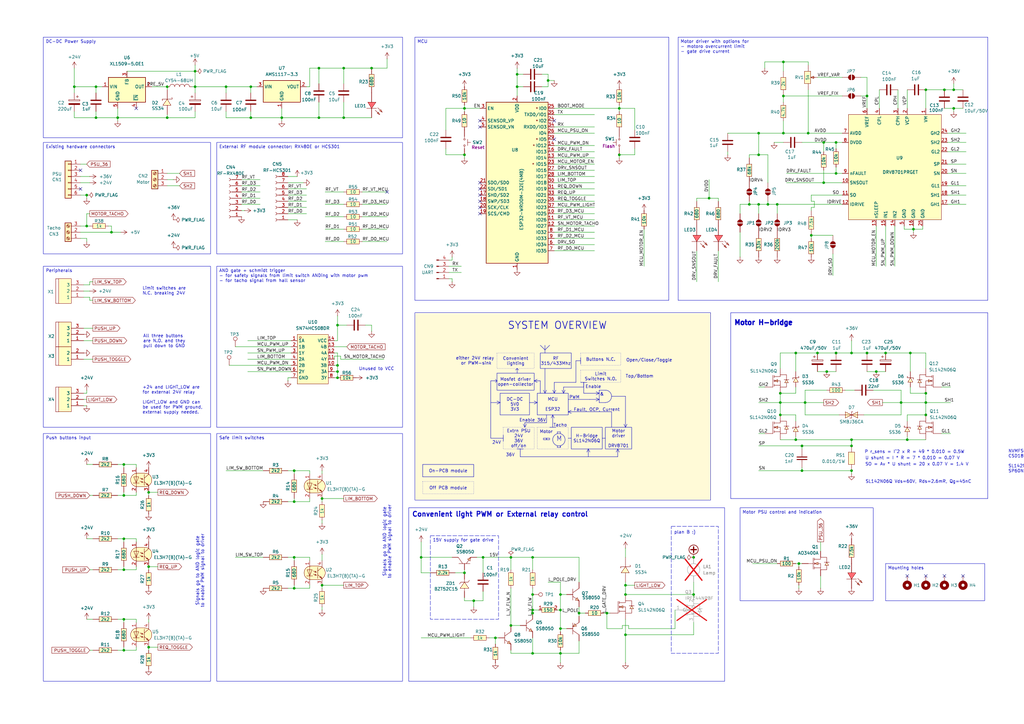
<source format=kicad_sch>
(kicad_sch (version 20250114) (generator "eeschema") (generator_version "9.0")
  (paper "A3")
  (title_block (title "Garage door controller (motor, convenient light)") (date "2025-03-02") (company "Anton Viktorov") (comment 1 "Motor Nidec 404.854 36VDC 7A"))
  (rectangle (start 222.885 179.705) (end 224.155 180.34))
  (arc (start 248.285 160.02) (mid 250.825 162.56) (end 248.285 165.1))
  (rectangle (start 275.336 215.9) (end 294.64 267.97) (stroke (width 0) (type dash)))
  (circle (center 229.235 180.34) (radius 2.54))
  (rectangle (start 224.155 179.705) (end 225.425 180.34) (fill (type color)))
  (text "Motor H-bridge" (at 300.99 131.318 0) (effects (font (size 2 2) (thickness 0.6) (bold yes)) (justify left top)))
  (text "Top/Bottom" (at 256.54 154.432 0) (effects (font (size 1.27 1.27) (thickness 0.1588)) (justify left)))
  (text "Enable" (at 243.332 158.75 0) (effects (font (size 1.27 1.27))))
  (text "NVMFS6H824NT1G  80V, 4.5mOhm, 38nC\nCSD18531Q5A 60V, 3.5mO, 36nc C2683366   $1.13\n\nSL142N06Q 60V 2.6mR 45nC $0.47\nSP60N02BGNK 60V 2.3mR 53nC $0.49" (at 413.512 189.23 0) (effects (font (size 1.27 1.27)) (justify left)))
  (text "Tacho" (at 229.743 174.498 0) (effects (font (size 1.27 1.27))))
  (text "36V" (at 209.296 186.69 0) (effects (font (size 1.27 1.27))))
  (text "SO = Av * U shunt = 20 x 0.07 V = 1.4 V" (at 354.838 190.5 0) (effects (font (size 1.27 1.27)) (justify left)))
  (text "Enable 36V" (at 218.44 172.466 0) (effects (font (size 1.27 1.27))))
  (text "SYSTEM OVERVIEW" (at 228.6 133.604 0) (effects (font (size 3 3) (thickness 0.254) (bold yes))))
  (text "M" (at 229.362 180.086 0) (effects (font (size 2 2))))
  (text "All three buttons\nare N.O. and they\npull down to GND\n" (at 58.674 139.954 0) (effects (font (size 1.27 1.27)) (justify left)))
  (text "Unused to VCC" (at 154.432 151.384 0) (effects (font (size 1.27 1.27))))
  (text "plan B :)" (at 280.924 218.44 0) (effects (font (size 1.27 1.27))))
  (text "PWM" (at 235.585 163.068 0) (effects (font (size 1.27 1.27))))
  (text "Fault, OCP, Current" (at 244.729 168.148 0) (effects (font (size 1.27 1.27))))
  (text "Convenient light PWM or External relay control" (at 168.91 211.074 0) (effects (font (size 2 2) (thickness 0.4) (bold yes)) (justify left)))
  (text "+24 and LIGHT_LOW are \nfor external 24V relay\n\nLIGHT_LOW and GND can \nbe used for PWM ground, \nexternal supply needed." (at 58.42 164.084 0) (effects (font (size 1.27 1.27)) (justify left)))
  (text "&" (at 246.888 161.798 0) (effects (font (size 1.27 1.27))))
  (text "Signals go to AND logic gate\nto enable PWM signal to driver\n" (at 82.042 234.188 90) (effects (font (size 1.27 1.27))))
  (text "Limit switches are \nN.C. breaking 24V" (at 58.42 119.38 0) (effects (font (size 1.27 1.27)) (justify left)))
  (text "U shunt = I * R = 7 * 0.010 = 0.07 V" (at 354.838 187.96 0) (effects (font (size 1.27 1.27)) (justify left)))
  (text "Open/Close/Toggle" (at 256.794 147.828 0) (effects (font (size 1.27 1.27) (thickness 0.1588)) (justify left)))
  (text "SL142N06Q Vds=60V, Rds=2.6mR, Qg=45nC" (at 376.682 197.612 0) (effects (font (size 1.27 1.27))))
  (text "either 24V relay\n or PWM-sink" (at 194.818 148.082 0) (effects (font (size 1.27 1.27) (thickness 0.1588))))
  (text "24V" (at 203.708 181.61 0) (effects (font (size 1.27 1.27))))
  (text "P r_sens = I^2 x R = 49 * 0.010 = 0.5W" (at 354.584 185.42 0) (effects (font (size 1.27 1.27)) (justify left)))
  (text "Signals go to AND logic gate\nto enable PWM signal to driver\n" (at 158.75 222.25 90) (effects (font (size 1.27 1.27))))
  (text_box "DC-DC\n5V0\n3V3" (at 205.105 161.29 0) (size 12.065 8.89) (margins 0.9525 0.9525 0.9525 0.9525) (effects (font (size 1.27 1.27))))
  (text_box "MCU" (at 170.18 15.24 0) (size 104.14 107.95) (margins 0.9525 0.9525 0.9525 0.9525) (effects (font (size 1.27 1.27)) (justify left top)))
  (text_box "Off PCB module" (at 173.355 197.485 0) (size 20.955 5.08) (margins 0.9525 0.9525 0.9525 0.9525) (stroke (width 0) (type dot)) (effects (font (size 1.27 1.27))))
  (text_box "Mounting holes" (at 363.22 231.14 0) (size 40.64 15.24) (margins 0.9525 0.9525 0.9525 0.9525) (effects (font (size 1.27 1.27)) (justify left top)))
  (text_box "Convenient lighting\n" (at 203.835 144.78 0) (size 15.24 6.35) (margins 0.9525 0.9525 0.9525 0.9525) (stroke (width 0) (type dot)) (effects (font (size 1.27 1.27))))
  (text_box "Extrn PSU\n24V\n36V off/on" (at 206.375 175.26 0) (size 12.7 8.89) (margins 0.9525 0.9525 0.9525 0.9525) (stroke (width 0) (type dot)) (effects (font (size 1.27 1.27))))
  (text_box "Motor" (at 220.345 175.26 0) (size 12.7 8.89) (margins 0.9525 0.9525 0.9525 0.9525) (stroke (width 0) (type dot)) (effects (font (size 1.27 1.27)) (justify left top)))
  (text_box "Motor driver with options for \n- motoro overcurrent limit\n- gate drive current" (at 278.13 15.24 0) (size 127 107.95) (margins 0.9525 0.9525 0.9525 0.9525) (effects (font (size 1.27 1.27)) (justify left top)))
  (text_box "H-Bridge\nSL142N06Q" (at 234.315 175.26 0) (size 12.7 8.89) (margins 0.9525 0.9525 0.9525 0.9525) (effects (font (size 1.27 1.27))))
  (text_box "On-PCB module" (at 173.355 190.5 0) (size 20.955 5.08) (margins 0.9525 0.9525 0.9525 0.9525) (effects (font (size 1.27 1.27))))
  (text_box "Limit\nSwitches N.O." (at 238.125 151.765 0) (size 16.51 5.08) (margins 0.9525 0.9525 0.9525 0.9525) (stroke (width 0) (type dot)) (effects (font (size 1.27 1.27))))
  (text_box "" (at 170.18 128.27 0) (size 121.285 76.835) (margins 0.9525 0.9525 0.9525 0.9525) (fill (type color) (color 255 250 215 1)) (effects (font (size 1.27 1.27) (thickness 0.254) (bold yes)) (justify top)))
  (text_box "15V supply for gate drive" (at 176.53 219.71 0) (size 27.94 34.29) (margins 0.9525 0.9525 0.9525 0.9525) (stroke (width 0) (type dash)) (effects (font (size 1.27 1.27)) (justify left top)))
  (text_box "External RF module connector: RX480E or HCS301" (at 88.9 58.42 0) (size 76.2 45.72) (margins 0.9525 0.9525 0.9525 0.9525) (effects (font (size 1.27 1.27)) (justify left top)))
  (text_box "AND gate + schmidt trigger\n- for safety signals from limit switch ANDing with motor pwm \n- for tacho signal from hall sensor" (at 88.9 109.22 0) (size 76.2 66.04) (margins 0.9525 0.9525 0.9525 0.9525) (effects (font (size 1.27 1.27)) (justify left top)))
  (text_box "Buttons N.C." (at 238.125 144.78 0) (size 16.51 5.08) (margins 0.9525 0.9525 0.9525 0.9525) (stroke (width 0) (type dot)) (effects (font (size 1.27 1.27))))
  (text_box "Push buttons input" (at 17.78 177.8 0) (size 68.58 101.6) (margins 0.9525 0.9525 0.9525 0.9525) (effects (font (size 1.27 1.27)) (justify left top)))
  (text_box "RF\n315/433Mhz" (at 221.615 144.78 0) (size 12.7 6.35) (margins 0.9525 0.9525 0.9525 0.9525) (effects (font (size 1.27 1.27))))
  (text_box "DC-DC Power Supply" (at 17.78 15.24 0) (size 147.32 41.275) (margins 0.9525 0.9525 0.9525 0.9525) (effects (font (size 1.27 1.27)) (justify left top)))
  (text_box "Safe limit switches" (at 88.9 177.8 0) (size 76.2 101.6) (margins 0.9525 0.9525 0.9525 0.9525) (effects (font (size 1.27 1.27)) (justify left top)))
  (text_box "MCU\n\nESP32" (at 220.345 161.29 0) (size 12.7 8.89) (margins 0.9525 0.9525 0.9525 0.9525) (effects (font (size 1.27 1.27))))
  (text_box "Motor driver\n\nDRV8701" (at 248.285 175.26 0) (size 10.795 8.89) (margins 0.9525 0.9525 0.9525 0.9525) (effects (font (size 1.27 1.27))))
  (text_box "Motor PSU control and indication" (at 303.53 208.28 0) (size 54.61 38.1) (margins 0.9525 0.9525 0.9525 0.9525) (effects (font (size 1.27 1.27)) (justify left top)))
  (text_box "Existing hardware connectors" (at 17.78 58.42 0) (size 68.58 45.72) (margins 0.9525 0.9525 0.9525 0.9525) (effects (font (size 1.27 1.27)) (justify left top)))
  (text_box "Peripherals" (at 17.78 109.22 0) (size 68.58 66.04) (margins 0.9525 0.9525 0.9525 0.9525) (effects (font (size 1.27 1.27)) (justify left top)))
  (text_box "Mosfet driver\nopen-collector" (at 203.835 153.035 0) (size 15.24 6.985) (margins 0.9525 0.9525 0.9525 0.9525) (effects (font (size 1.27 1.27))))
  (junction (at 39.37 35.56))
  (junction (at 374.65 93.98))
  (junction (at 35.56 80.01))
  (junction (at 314.96 83.82))
  (junction (at 120.65 241.3))
  (junction (at 50.8 233.68))
  (junction (at 372.11 180.34))
  (junction (at 391.16 36.83))
  (junction (at 320.04 170.18))
  (junction (at 229.87 250.19))
  (junction (at 349.25 144.78))
  (junction (at 138.43 149.86))
  (junction (at 373.38 144.78))
  (junction (at 50.8 220.98))
  (junction (at 328.93 182.88))
  (junction (at 130.81 27.94))
  (junction (at 140.97 48.26))
  (junction (at 326.39 180.34))
  (junction (at 198.12 228.6))
  (junction (at 190.5 44.45))
  (junction (at 138.43 154.94))
  (junction (at 80.01 35.56))
  (junction (at 138.43 133.35))
  (junction (at 60.96 201.93))
  (junction (at 224.79 33.02))
  (junction (at 284.48 228.6))
  (junction (at 203.2 261.62))
  (junction (at 342.9 71.12))
  (junction (at 218.44 243.84))
  (junction (at 359.41 152.4))
  (junction (at 337.82 58.42))
  (junction (at 311.15 63.5))
  (junction (at 387.35 36.83))
  (junction (at 328.93 193.04))
  (junction (at 130.81 48.26))
  (junction (at 132.08 204.47))
  (junction (at 349.25 180.34))
  (junction (at 349.25 182.88))
  (junction (at 50.8 254))
  (junction (at 190.5 234.95))
  (junction (at 120.65 205.74))
  (junction (at 132.08 240.03))
  (junction (at 379.73 165.1))
  (junction (at 68.58 48.26))
  (junction (at 140.97 27.94))
  (junction (at 318.77 83.82))
  (junction (at 342.9 144.78))
  (junction (at 254 44.45))
  (junction (at 327.66 231.14))
  (junction (at 92.71 35.56))
  (junction (at 321.31 39.37))
  (junction (at 342.9 58.42))
  (junction (at 330.2 165.1))
  (junction (at 218.44 251.46))
  (junction (at 68.58 35.56))
  (junction (at 369.57 165.1))
  (junction (at 379.73 170.18))
  (junction (at 152.4 27.94))
  (junction (at 194.31 246.38))
  (junction (at 363.22 144.78))
  (junction (at 50.8 266.7))
  (junction (at 379.73 36.83))
  (junction (at 349.25 193.04))
  (junction (at 102.87 48.26))
  (junction (at 256.54 240.03))
  (junction (at 237.49 251.46))
  (junction (at 212.09 35.56))
  (junction (at 218.44 250.19))
  (junction (at 229.87 243.84))
  (junction (at 311.15 83.82))
  (junction (at 80.01 29.21))
  (junction (at 218.44 267.97))
  (junction (at 138.43 152.4))
  (junction (at 307.34 83.82))
  (junction (at 60.96 265.43))
  (junction (at 45.72 95.25))
  (junction (at 290.83 81.28))
  (junction (at 115.57 48.26))
  (junction (at 248.92 251.46))
  (junction (at 229.87 267.97))
  (junction (at 379.73 161.29))
  (junction (at 120.65 228.6))
  (junction (at 335.28 144.78))
  (junction (at 190.5 63.5))
  (junction (at 320.04 165.1))
  (junction (at 284.48 243.84))
  (junction (at 332.74 96.52))
  (junction (at 50.8 203.2))
  (junction (at 229.87 257.81))
  (junction (at 321.31 25.4))
  (junction (at 355.6 144.78))
  (junction (at 50.8 190.5))
  (junction (at 326.39 144.78))
  (junction (at 391.16 44.45))
  (junction (at 48.26 48.26))
  (junction (at 311.15 54.61))
  (junction (at 39.37 48.26))
  (junction (at 60.96 232.41))
  (junction (at 209.55 256.54))
  (junction (at 212.09 30.48))
  (junction (at 172.72 228.6))
  (junction (at 331.47 54.61))
  (junction (at 337.82 74.93))
  (junction (at 339.09 152.4))
  (junction (at 30.48 35.56))
  (junction (at 355.6 39.37))
  (junction (at 254 63.5))
  (junction (at 256.54 260.35))
  (junction (at 321.31 54.61))
  (junction (at 320.04 161.29))
  (junction (at 35.56 92.71))
  (junction (at 120.65 193.04))
  (junction (at 209.55 228.6))
  (junction (at 218.44 228.6))
  (junction (at 256.54 243.84))
  (junction (at 102.87 35.56))
  (no_connect (at 196.85 85.09))
  (no_connect (at 227.33 57.15))
  (no_connect (at 33.02 69.85))
  (no_connect (at 196.85 49.53))
  (no_connect (at 196.85 52.07))
  (no_connect (at 379.73 236.22))
  (no_connect (at 372.11 236.22))
  (no_connect (at 196.85 80.01))
  (no_connect (at 158.75 78.74))
  (no_connect (at 196.85 87.63))
  (no_connect (at 394.97 236.22))
  (no_connect (at 196.85 82.55))
  (no_connect (at 196.85 74.93))
  (no_connect (at 227.33 49.53))
  (no_connect (at 55.88 44.45))
  (no_connect (at 33.02 77.47))
  (no_connect (at 196.85 77.47))
  (no_connect (at 387.35 236.22))
  (wire (pts (xy 332.74 82.55) (xy 332.74 80.01)))
  (wire (pts (xy 256.54 224.79) (xy 256.54 228.6)))
  (wire (pts (xy 60.96 201.93) (xy 64.77 201.93)))
  (polyline (pts (xy 231.14 158.75) (xy 239.395 158.75)))
  (wire (pts (xy 328.93 58.42) (xy 337.82 58.42)))
  (polyline (pts (xy 226.06 171.45) (xy 226.695 170.18)))
  (wire (pts (xy 388.62 71.12) (xy 396.24 71.12)))
  (wire (pts (xy 379.73 151.13) (xy 379.73 144.78)))
  (wire (pts (xy 276.86 250.19) (xy 276.86 257.81)))
  (polyline (pts (xy 238.125 156.845) (xy 240.665 156.845)))
  (wire (pts (xy 189.23 109.22) (xy 184.15 109.22)))
  (wire (pts (xy 256.54 260.35) (xy 256.54 271.78)))
  (wire (pts (xy 330.2 160.02) (xy 330.2 165.1)))
  (wire (pts (xy 320.04 170.18) (xy 326.39 170.18)))
  (wire (pts (xy 218.44 241.3) (xy 218.44 243.84)))
  (wire (pts (xy 130.81 27.94) (xy 140.97 27.94)))
  (polyline (pts (xy 255.905 173.99) (xy 256.54 175.26)))
  (wire (pts (xy 330.2 170.18) (xy 344.17 170.18)))
  (wire (pts (xy 248.92 251.46) (xy 248.92 257.81)))
  (wire (pts (xy 342.9 58.42) (xy 342.9 60.96)))
  (wire (pts (xy 227.33 44.45) (xy 254 44.45)))
  (polyline (pts (xy 236.22 147.955) (xy 238.125 147.955)))
  (wire (pts (xy 209.55 233.68) (xy 209.55 228.6)))
  (polyline (pts (xy 221.615 156.21) (xy 221.615 161.29)))
  (wire (pts (xy 39.37 48.26) (xy 48.26 48.26)))
  (wire (pts (xy 227.33 100.33) (xy 243.84 100.33)))
  (wire (pts (xy 36.83 115.57) (xy 36.83 116.84)))
  (wire (pts (xy 133.35 88.9) (xy 140.97 88.9)))
  (wire (pts (xy 62.23 35.56) (xy 68.58 35.56)))
  (wire (pts (xy 190.5 44.45) (xy 196.85 44.45)))
  (wire (pts (xy 137.16 146.05) (xy 137.16 147.32)))
  (wire (pts (xy 137.16 139.7) (xy 138.43 139.7)))
  (wire (pts (xy 349.25 180.34) (xy 349.25 182.88)))
  (polyline (pts (xy 240.665 185.42) (xy 241.3 184.15)))
  (wire (pts (xy 30.48 27.94) (xy 30.48 35.56)))
  (wire (pts (xy 101.6 139.7) (xy 119.38 139.7)))
  (wire (pts (xy 321.31 25.4) (xy 313.69 25.4)))
  (wire (pts (xy 121.92 72.39) (xy 118.11 72.39)))
  (wire (pts (xy 254 43.18) (xy 254 44.45)))
  (wire (pts (xy 311.15 54.61) (xy 311.15 63.5)))
  (polyline (pts (xy 203.835 164.465) (xy 205.105 165.1)))
  (wire (pts (xy 127 35.56) (xy 125.73 35.56)))
  (wire (pts (xy 328.93 182.88) (xy 349.25 182.88)))
  (wire (pts (xy 34.29 134.62) (xy 38.1 134.62)))
  (wire (pts (xy 92.71 35.56) (xy 92.71 38.1)))
  (wire (pts (xy 118.11 241.3) (xy 120.65 241.3)))
  (wire (pts (xy 311.15 63.5) (xy 307.34 63.5)))
  (wire (pts (xy 133.35 99.06) (xy 140.97 99.06)))
  (polyline (pts (xy 239.395 156.845) (xy 239.395 158.75)))
  (wire (pts (xy 71.12 73.66) (xy 68.58 73.66)))
  (wire (pts (xy 335.28 152.4) (xy 339.09 152.4)))
  (wire (pts (xy 256.54 243.84) (xy 284.48 243.84)))
  (wire (pts (xy 227.33 97.79) (xy 243.84 97.79)))
  (wire (pts (xy 227.33 85.09) (xy 243.84 85.09)))
  (wire (pts (xy 102.87 48.26) (xy 115.57 48.26)))
  (wire (pts (xy 378.46 93.98) (xy 374.65 93.98)))
  (wire (pts (xy 229.87 259.08) (xy 229.87 257.81)))
  (polyline (pts (xy 223.52 151.13) (xy 223.52 161.29)))
  (wire (pts (xy 330.2 165.1) (xy 330.2 170.18)))
  (wire (pts (xy 303.53 83.82) (xy 307.34 83.82)))
  (wire (pts (xy 327.66 231.14) (xy 328.93 231.14)))
  (wire (pts (xy 50.8 266.7) (xy 55.88 266.7)))
  (polyline (pts (xy 233.045 179.705) (xy 234.315 179.705)))
  (wire (pts (xy 138.43 154.94) (xy 137.16 154.94)))
  (wire (pts (xy 35.56 254) (xy 38.1 254)))
  (wire (pts (xy 132.08 240.03) (xy 140.97 240.03)))
  (wire (pts (xy 48.26 190.5) (xy 50.8 190.5)))
  (wire (pts (xy 118.11 193.04) (xy 120.65 193.04)))
  (wire (pts (xy 227.33 82.55) (xy 243.84 82.55)))
  (polyline (pts (xy 253.365 187.325) (xy 213.36 187.325)))
  (polyline (pts (xy 222.885 160.02) (xy 223.52 161.29)))
  (wire (pts (xy 320.04 161.29) (xy 320.04 165.1)))
  (wire (pts (xy 227.33 67.31) (xy 243.84 67.31)))
  (wire (pts (xy 224.79 30.48) (xy 224.79 33.02)))
  (wire (pts (xy 137.16 149.86) (xy 138.43 149.86)))
  (wire (pts (xy 328.93 193.04) (xy 349.25 193.04)))
  (wire (pts (xy 55.88 201.93) (xy 55.88 203.2)))
  (wire (pts (xy 228.6 250.19) (xy 229.87 250.19)))
  (wire (pts (xy 35.56 190.5) (xy 38.1 190.5)))
  (polyline (pts (xy 233.045 163.83) (xy 241.935 163.83)))
  (polyline (pts (xy 299.72 128.27) (xy 299.72 204.47)))
  (wire (pts (xy 209.55 256.54) (xy 213.36 256.54)))
  (wire (pts (xy 45.72 95.25) (xy 33.02 95.25)))
  (wire (pts (xy 341.63 113.03) (xy 341.63 104.14)))
  (wire (pts (xy 227.33 64.77) (xy 243.84 64.77)))
  (polyline (pts (xy 227.33 171.45) (xy 226.695 170.18)))
  (wire (pts (xy 148.59 93.98) (xy 158.75 93.98)))
  (wire (pts (xy 35.56 87.63) (xy 36.83 87.63)))
  (wire (pts (xy 388.62 83.82) (xy 396.24 83.82)))
  (wire (pts (xy 80.01 35.56) (xy 92.71 35.56)))
  (wire (pts (xy 92.71 48.26) (xy 102.87 48.26)))
  (wire (pts (xy 115.57 48.26) (xy 130.81 48.26)))
  (wire (pts (xy 148.59 83.82) (xy 158.75 83.82)))
  (wire (pts (xy 318.77 83.82) (xy 345.44 83.82)))
  (wire (pts (xy 360.68 36.83) (xy 360.68 44.45)))
  (wire (pts (xy 50.8 233.68) (xy 55.88 233.68)))
  (wire (pts (xy 320.04 165.1) (xy 320.04 170.18)))
  (wire (pts (xy 321.31 25.4) (xy 321.31 29.21)))
  (wire (pts (xy 36.83 123.19) (xy 38.1 123.19)))
  (wire (pts (xy 99.06 83.82) (xy 106.68 83.82)))
  (wire (pts (xy 38.1 266.7) (xy 36.83 266.7)))
  (wire (pts (xy 227.33 95.25) (xy 243.84 95.25)))
  (wire (pts (xy 132.08 227.33) (xy 132.08 229.87)))
  (wire (pts (xy 127 193.04) (xy 127 194.31)))
  (wire (pts (xy 101.6 152.4) (xy 119.38 152.4)))
  (polyline (pts (xy 224.155 160.02) (xy 223.52 161.29)))
  (wire (pts (xy 372.11 179.07) (xy 372.11 180.34)))
  (polyline (pts (xy 228.6 177.8) (xy 228.6 177.165)))
  (wire (pts (xy 321.31 39.37) (xy 321.31 41.91)))
  (wire (pts (xy 118.11 85.09) (xy 125.73 85.09)))
  (wire (pts (xy 284.48 260.35) (xy 284.48 255.27)))
  (wire (pts (xy 212.09 35.56) (xy 212.09 39.37)))
  (wire (pts (xy 349.25 139.7) (xy 349.25 144.78)))
  (wire (pts (xy 198.12 242.57) (xy 198.12 246.38)))
  (wire (pts (xy 256.54 260.35) (xy 284.48 260.35)))
  (wire (pts (xy 256.54 238.76) (xy 256.54 240.03)))
  (wire (pts (xy 142.24 133.35) (xy 138.43 133.35)))
  (wire (pts (xy 48.26 48.26) (xy 48.26 49.53)))
  (wire (pts (xy 35.56 99.06) (xy 35.56 97.79)))
  (wire (pts (xy 321.31 39.37) (xy 345.44 39.37)))
  (wire (pts (xy 30.48 35.56) (xy 30.48 38.1)))
  (wire (pts (xy 132.08 204.47) (xy 132.08 205.74)))
  (polyline (pts (xy 227.33 156.845) (xy 227.33 161.29)))
  (wire (pts (xy 353.06 39.37) (xy 355.6 39.37)))
  (wire (pts (xy 330.2 160.02) (xy 339.09 160.02)))
  (wire (pts (xy 260.35 63.5) (xy 260.35 60.96)))
  (wire (pts (xy 342.9 144.78) (xy 349.25 144.78)))
  (wire (pts (xy 120.65 241.3) (xy 127 241.3)))
  (wire (pts (xy 127 241.3) (xy 127 240.03)))
  (wire (pts (xy 257.81 257.81) (xy 276.86 257.81)))
  (wire (pts (xy 379.73 36.83) (xy 379.73 44.45)))
  (wire (pts (xy 139.7 146.05) (xy 137.16 146.05)))
  (polyline (pts (xy 240.03 161.29) (xy 245.745 161.29)))
  (wire (pts (xy 237.49 267.97) (xy 237.49 262.89)))
  (wire (pts (xy 99.06 78.74) (xy 106.68 78.74)))
  (wire (pts (xy 254 64.77) (xy 254 63.5)))
  (wire (pts (xy 336.55 222.25) (xy 336.55 226.06)))
  (wire (pts (xy 44.45 92.71) (xy 45.72 92.71)))
  (wire (pts (xy 311.15 63.5) (xy 314.96 63.5)))
  (wire (pts (xy 260.35 44.45) (xy 254 44.45)))
  (wire (pts (xy 182.88 63.5) (xy 182.88 60.96)))
  (polyline (pts (xy 223.52 141.605) (xy 223.52 144.78)))
  (polyline (pts (xy 239.395 161.29) (xy 240.03 161.29)))
  (wire (pts (xy 182.88 53.34) (xy 182.88 44.45)))
  (wire (pts (xy 36.83 119.38) (xy 34.29 119.38)))
  (wire (pts (xy 172.72 261.62) (xy 193.04 261.62)))
  (wire (pts (xy 60.96 233.68) (xy 60.96 232.41)))
  (wire (pts (xy 247.65 251.46) (xy 248.92 251.46)))
  (wire (pts (xy 332.74 96.52) (xy 332.74 97.79)))
  (wire (pts (xy 346.71 160.02) (xy 350.52 160.02)))
  (wire (pts (xy 99.06 81.28) (xy 106.68 81.28)))
  (polyline (pts (xy 244.475 161.925) (xy 245.745 161.29)))
  (wire (pts (xy 137.16 142.24) (xy 142.24 142.24)))
  (wire (pts (xy 326.39 158.75) (xy 326.39 161.29)))
  (wire (pts (xy 260.35 44.45) (xy 260.35 53.34)))
  (wire (pts (xy 212.09 30.48) (xy 212.09 35.56)))
  (wire (pts (xy 379.73 165.1) (xy 379.73 170.18)))
  (wire (pts (xy 326.39 144.78) (xy 326.39 152.4)))
  (wire (pts (xy 227.33 33.02) (xy 224.79 33.02)))
  (polyline (pts (xy 236.22 156.845) (xy 236.22 147.955)))
  (wire (pts (xy 294.64 102.87) (xy 294.64 115.57)))
  (wire (pts (xy 254 63.5) (xy 260.35 63.5)))
  (wire (pts (xy 391.16 45.72) (xy 391.16 44.45)))
  (wire (pts (xy 227.33 59.69) (xy 243.84 59.69)))
  (polyline (pts (xy 254 185.42) (xy 253.365 184.15)))
  (wire (pts (xy 120.65 228.6) (xy 120.65 229.87)))
  (wire (pts (xy 190.5 43.18) (xy 190.5 44.45)))
  (wire (pts (xy 127 204.47) (xy 127 205.74)))
  (wire (pts (xy 195.58 228.6) (xy 198.12 228.6)))
  (wire (pts (xy 30.48 48.26) (xy 39.37 48.26)))
  (wire (pts (xy 172.72 228.6) (xy 185.42 228.6)))
  (wire (pts (xy 237.49 248.92) (xy 237.49 251.46)))
  (wire (pts (xy 368.3 36.83) (xy 368.3 44.45)))
  (wire (pts (xy 342.9 58.42) (xy 345.44 58.42)))
  (wire (pts (xy 321.31 54.61) (xy 331.47 54.61)))
  (wire (pts (xy 48.26 203.2) (xy 50.8 203.2)))
  (polyline (pts (xy 221.615 141.605) (xy 223.52 143.51)))
  (wire (pts (xy 311.15 165.1) (xy 320.04 165.1)))
  (wire (pts (xy 224.79 33.02) (xy 224.79 35.56)))
  (wire (pts (xy 50.8 254) (xy 50.8 255.27)))
  (wire (pts (xy 138.43 133.35) (xy 138.43 139.7)))
  (wire (pts (xy 248.92 251.46) (xy 250.19 251.46)))
  (polyline (pts (xy 241.935 185.42) (xy 241.3 184.15)))
  (wire (pts (xy 284.48 243.84) (xy 284.48 245.11)))
  (wire (pts (xy 321.31 58.42) (xy 317.5 58.42)))
  (wire (pts (xy 130.81 27.94) (xy 130.81 34.29)))
  (wire (pts (xy 303.53 95.25) (xy 303.53 105.41)))
  (wire (pts (xy 227.33 52.07) (xy 243.84 52.07)))
  (wire (pts (xy 332.74 86.36) (xy 332.74 85.09)))
  (wire (pts (xy 372.11 180.34) (xy 379.73 180.34)))
  (polyline (pts (xy 257.175 173.99) (xy 256.54 175.26)))
  (wire (pts (xy 130.81 48.26) (xy 140.97 48.26)))
  (wire (pts (xy 355.6 144.78) (xy 363.22 144.78)))
  (wire (pts (xy 227.33 80.01) (xy 243.84 80.01)))
  (wire (pts (xy 139.7 147.32) (xy 157.48 147.32)))
  (polyline (pts (xy 297.18 279.4) (xy 297.18 208.28)))
  (wire (pts (xy 186.69 234.95) (xy 190.5 234.95)))
  (wire (pts (xy 349.25 144.78) (xy 355.6 144.78)))
  (wire (pts (xy 132.08 204.47) (xy 140.97 204.47)))
  (wire (pts (xy 337.82 58.42) (xy 337.82 62.23)))
  (wire (pts (xy 138.43 144.78) (xy 137.16 144.78)))
  (wire (pts (xy 372.11 170.18) (xy 379.73 170.18)))
  (wire (pts (xy 48.26 254) (xy 50.8 254)))
  (polyline (pts (xy 241.3 184.15) (xy 241.3 187.325)))
  (polyline (pts (xy 233.045 168.91) (xy 250.825 168.91)))
  (wire (pts (xy 198.12 228.6) (xy 209.55 228.6)))
  (wire (pts (xy 68.58 48.26) (xy 80.01 48.26)))
  (wire (pts (xy 237.49 252.73) (xy 237.49 251.46)))
  (wire (pts (xy 389.89 165.1) (xy 379.73 165.1)))
  (wire (pts (xy 68.58 35.56) (xy 68.58 36.83)))
  (wire (pts (xy 80.01 48.26) (xy 80.01 45.72)))
  (wire (pts (xy 118.11 77.47) (xy 125.73 77.47)))
  (wire (pts (xy 138.43 144.78) (xy 138.43 149.86)))
  (wire (pts (xy 373.38 158.75) (xy 373.38 161.29)))
  (wire (pts (xy 148.59 78.74) (xy 158.75 78.74)))
  (polyline (pts (xy 219.075 164.465) (xy 220.345 165.1)))
  (polyline (pts (xy 238.125 146.685) (xy 238.125 149.225)))
  (polyline (pts (xy 225.425 175.26) (xy 227.965 175.26)))
  (wire (pts (xy 229.87 267.97) (xy 229.87 271.78)))
  (wire (pts (xy 388.62 80.01) (xy 396.24 80.01)))
  (wire (pts (xy 60.96 255.27) (xy 60.96 254)))
  (wire (pts (xy 198.12 246.38) (xy 194.31 246.38)))
  (wire (pts (xy 35.56 80.01) (xy 35.56 81.28)))
  (wire (pts (xy 34.29 163.83) (xy 35.56 163.83)))
  (wire (pts (xy 307.34 83.82) (xy 311.15 83.82)))
  (wire (pts (xy 256.54 240.03) (xy 256.54 243.84)))
  (wire (pts (xy 332.74 85.09) (xy 334.01 85.09)))
  (wire (pts (xy 313.69 25.4) (xy 313.69 27.94)))
  (wire (pts (xy 36.83 74.93) (xy 33.02 74.93)))
  (wire (pts (xy 318.77 83.82) (xy 318.77 87.63)))
  (wire (pts (xy 133.35 78.74) (xy 140.97 78.74)))
  (wire (pts (xy 369.57 160.02) (xy 369.57 165.1)))
  (wire (pts (xy 115.57 48.26) (xy 115.57 49.53)))
  (wire (pts (xy 367.03 109.22) (xy 367.03 92.71)))
  (wire (pts (xy 307.34 83.82) (xy 307.34 82.55)))
  (polyline (pts (xy 215.265 175.26) (xy 215.265 173.355)))
  (polyline (pts (xy 234.315 168.275) (xy 233.045 168.91)))
  (wire (pts (xy 237.49 228.6) (xy 237.49 238.76)))
  (polyline (pts (xy 167.64 279.4) (xy 297.18 279.4)))
  (wire (pts (xy 48.26 233.68) (xy 50.8 233.68)))
  (wire (pts (xy 264.16 93.98) (xy 264.16 109.22)))
  (wire (pts (xy 358.14 160.02) (xy 369.57 160.02)))
  (wire (pts (xy 30.48 35.56) (xy 39.37 35.56)))
  (wire (pts (xy 257.81 256.54) (xy 257.81 257.81)))
  (wire (pts (xy 349.25 194.31) (xy 349.25 193.04)))
  (wire (pts (xy 311.15 193.04) (xy 328.93 193.04)))
  (polyline (pts (xy 229.87 183.515) (xy 229.87 182.88)))
  (wire (pts (xy 172.72 228.6) (xy 172.72 234.95)))
  (polyline (pts (xy 256.54 162.56) (xy 256.54 175.26)))
  (wire (pts (xy 255.27 256.54) (xy 257.81 256.54)))
  (wire (pts (xy 378.46 92.71) (xy 378.46 93.98)))
  (wire (pts (xy 35.56 92.71) (xy 36.83 92.71)))
  (polyline (pts (xy 231.14 158.75) (xy 231.14 161.29)))
  (polyline (pts (xy 228.6 182.88) (xy 228.6 183.515)))
  (polyline (pts (xy 245.745 160.02) (xy 245.745 165.1)))
  (wire (pts (xy 255.27 257.81) (xy 255.27 256.54)))
  (wire (pts (xy 130.81 48.26) (xy 130.81 41.91)))
  (wire (pts (xy 68.58 76.2) (xy 73.66 76.2)))
  (wire (pts (xy 227.33 102.87) (xy 243.84 102.87)))
  (wire (pts (xy 285.75 81.28) (xy 290.83 81.28)))
  (polyline (pts (xy 201.295 156.21) (xy 203.835 156.21)))
  (wire (pts (xy 50.8 233.68) (xy 50.8 232.41)))
  (wire (pts (xy 55.88 190.5) (xy 55.88 191.77)))
  (wire (pts (xy 349.25 180.34) (xy 372.11 180.34)))
  (wire (pts (xy 189.23 111.76) (xy 184.15 111.76)))
  (wire (pts (xy 78.74 35.56) (xy 80.01 35.56)))
  (wire (pts (xy 337.82 58.42) (xy 342.9 58.42)))
  (wire (pts (xy 48.26 44.45) (xy 48.26 48.26)))
  (wire (pts (xy 326.39 172.72) (xy 326.39 170.18)))
  (wire (pts (xy 320.04 144.78) (xy 326.39 144.78)))
  (polyline (pts (xy 212.09 184.15) (xy 214.63 184.15)))
  (wire (pts (xy 373.38 144.78) (xy 379.73 144.78)))
  (wire (pts (xy 311.15 177.8) (xy 313.69 177.8)))
  (wire (pts (xy 298.45 54.61) (xy 311.15 54.61)))
  (polyline (pts (xy 229.87 183.515) (xy 229.87 182.88)))
  (wire (pts (xy 99.06 73.66) (xy 106.68 73.66)))
  (wire (pts (xy 355.6 39.37) (xy 355.6 44.45)))
  (wire (pts (xy 337.82 74.93) (xy 345.44 74.93)))
  (polyline (pts (xy 227.33 156.845) (xy 236.22 156.845)))
  (wire (pts (xy 35.56 92.71) (xy 33.02 92.71)))
  (wire (pts (xy 229.87 243.84) (xy 229.87 238.76)))
  (wire (pts (xy 209.55 241.3) (xy 209.55 256.54)))
  (polyline (pts (xy 215.265 173.355) (xy 224.155 173.355)))
  (wire (pts (xy 172.72 222.25) (xy 172.72 228.6)))
  (wire (pts (xy 198.12 228.6) (xy 198.12 234.95)))
  (wire (pts (xy 50.8 266.7) (xy 50.8 265.43)))
  (wire (pts (xy 120.65 193.04) (xy 120.65 194.31)))
  (wire (pts (xy 132.08 240.03) (xy 132.08 241.3)))
  (wire (pts (xy 118.11 205.74) (xy 120.65 205.74)))
  (wire (pts (xy 50.8 220.98) (xy 55.88 220.98)))
  (wire (pts (xy 229.87 266.7) (xy 229.87 267.97)))
  (polyline (pts (xy 203.835 156.21) (xy 203.2 155.575)))
  (polyline (pts (xy 228.6 183.515) (xy 229.87 183.515)))
  (wire (pts (xy 388.62 58.42) (xy 396.24 58.42)))
  (polyline (pts (xy 234.315 169.545) (xy 233.045 168.91)))
  (wire (pts (xy 36.83 121.92) (xy 34.29 121.92)))
  (wire (pts (xy 374.65 92.71) (xy 374.65 93.98)))
  (polyline (pts (xy 250.825 175.26) (xy 250.825 168.91)))
  (wire (pts (xy 328.93 191.77) (xy 328.93 193.04)))
  (polyline (pts (xy 201.295 165.1) (xy 205.105 165.1)))
  (wire (pts (xy 127 27.94) (xy 127 35.56)))
  (wire (pts (xy 379.73 36.83) (xy 387.35 36.83)))
  (wire (pts (xy 140.97 48.26) (xy 152.4 48.26)))
  (polyline (pts (xy 248.285 160.02) (xy 245.745 160.02)))
  (wire (pts (xy 227.33 46.99) (xy 243.84 46.99)))
  (wire (pts (xy 152.4 133.35) (xy 149.86 133.35)))
  (wire (pts (xy 50.8 203.2) (xy 50.8 201.93)))
  (wire (pts (xy 285.75 81.28) (xy 285.75 82.55)))
  (wire (pts (xy 311.15 182.88) (xy 328.93 182.88)))
  (wire (pts (xy 99.06 76.2) (xy 106.68 76.2)))
  (polyline (pts (xy 231.775 160.02) (xy 231.14 161.29)))
  (wire (pts (xy 190.5 63.5) (xy 182.88 63.5)))
  (wire (pts (xy 307.34 63.5) (xy 307.34 64.77)))
  (polyline (pts (xy 212.09 151.13) (xy 212.09 153.035)))
  (wire (pts (xy 388.62 67.31) (xy 396.24 67.31)))
  (wire (pts (xy 172.72 234.95) (xy 176.53 234.95)))
  (wire (pts (xy 218.44 228.6) (xy 218.44 233.68)))
  (polyline (pts (xy 405.13 204.47) (xy 299.72 204.47)))
  (wire (pts (xy 34.29 139.7) (xy 38.1 139.7)))
  (wire (pts (xy 34.29 147.32) (xy 38.1 147.32)))
  (polyline (pts (xy 229.87 177.8) (xy 229.87 177.165)))
  (polyline (pts (xy 213.36 184.15) (xy 213.36 187.325)))
  (wire (pts (xy 222.25 30.48) (xy 224.79 30.48)))
  (wire (pts (xy 218.44 250.19) (xy 220.98 250.19)))
  (wire (pts (xy 335.28 31.75) (xy 345.44 31.75)))
  (wire (pts (xy 227.33 92.71) (xy 243.84 92.71)))
  (polyline (pts (xy 219.075 156.21) (xy 221.615 156.21)))
  (wire (pts (xy 209.55 228.6) (xy 218.44 228.6)))
  (wire (pts (xy 115.57 44.45) (xy 115.57 48.26)))
  (polyline (pts (xy 215.9 173.99) (xy 215.265 175.26)))
  (wire (pts (xy 60.96 203.2) (xy 60.96 201.93)))
  (wire (pts (xy 322.58 74.93) (xy 337.82 74.93)))
  (wire (pts (xy 203.2 261.62) (xy 204.47 261.62)))
  (polyline (pts (xy 203.835 156.21) (xy 203.835 156.21)))
  (wire (pts (xy 33.02 72.39) (xy 36.83 72.39)))
  (wire (pts (xy 118.11 82.55) (xy 125.73 82.55)))
  (wire (pts (xy 45.72 92.71) (xy 45.72 95.25)))
  (wire (pts (xy 256.54 254) (xy 256.54 260.35)))
  (polyline (pts (xy 214.63 173.99) (xy 215.265 175.26)))
  (wire (pts (xy 290.83 73.66) (xy 290.83 81.28)))
  (wire (pts (xy 39.37 35.56) (xy 41.91 35.56)))
  (wire (pts (xy 256.54 240.03) (xy 260.35 240.03)))
  (polyline (pts (xy 244.475 164.465) (xy 245.745 163.83)))
  (wire (pts (xy 100.33 86.36) (xy 99.06 86.36)))
  (wire (pts (xy 93.98 149.86) (xy 119.38 149.86)))
  (wire (pts (xy 314.96 83.82) (xy 318.77 83.82)))
  (wire (pts (xy 148.59 99.06) (xy 158.75 99.06)))
  (polyline (pts (xy 247.015 179.705) (xy 248.285 179.705)))
  (wire (pts (xy 321.31 49.53) (xy 321.31 54.61)))
  (wire (pts (xy 96.52 228.6) (xy 107.95 228.6)))
  (wire (pts (xy 102.87 35.56) (xy 102.87 38.1)))
  (polyline (pts (xy 245.745 165.1) (xy 248.285 165.1)))
  (polyline (pts (xy 228.6 177.165) (xy 229.87 177.165)))
  (wire (pts (xy 80.01 26.67) (xy 80.01 29.21)))
  (polyline (pts (xy 203.835 165.735) (xy 205.105 165.1)))
  (wire (pts (xy 102.87 35.56) (xy 105.41 35.56)))
  (wire (pts (xy 285.75 102.87) (xy 285.75 115.57)))
  (wire (pts (xy 373.38 144.78) (xy 373.38 152.4)))
  (wire (pts (xy 314.96 82.55) (xy 314.96 83.82)))
  (wire (pts (xy 48.26 220.98) (xy 50.8 220.98)))
  (wire (pts (xy 331.47 25.4) (xy 321.31 25.4)))
  (wire (pts (xy 354.33 170.18) (xy 369.57 170.18)))
  (wire (pts (xy 232.41 243.84) (xy 229.87 243.84)))
  (polyline (pts (xy 227.965 160.02) (xy 227.33 161.29)))
  (polyline (pts (xy 253.365 184.15) (xy 253.365 187.325)))
  (wire (pts (xy 184.15 106.68) (xy 185.42 106.68)))
  (wire (pts (xy 158.75 24.13) (xy 158.75 27.94)))
  (wire (pts (xy 339.09 152.4) (xy 342.9 152.4)))
  (wire (pts (xy 39.37 45.72) (xy 39.37 48.26)))
  (wire (pts (xy 185.42 114.3) (xy 185.42 115.57)))
  (wire (pts (xy 33.02 67.31) (xy 35.56 67.31)))
  (wire (pts (xy 50.8 220.98) (xy 50.8 222.25)))
  (wire (pts (xy 120.65 205.74) (xy 120.65 204.47)))
  (wire (pts (xy 229.87 267.97) (xy 237.49 267.97)))
  (wire (pts (xy 224.79 35.56) (xy 222.25 35.56)))
  (wire (pts (xy 335.28 144.78) (xy 342.9 144.78)))
  (wire (pts (xy 140.97 27.94) (xy 140.97 34.29)))
  (wire (pts (xy 209.55 266.7) (xy 209.55 267.97)))
  (wire (pts (xy 120.65 205.74) (xy 127 205.74)))
  (wire (pts (xy 229.87 257.81) (xy 232.41 257.81)))
  (wire (pts (xy 101.6 144.78) (xy 119.38 144.78)))
  (wire (pts (xy 320.04 161.29) (xy 326.39 161.29)))
  (wire (pts (xy 326.39 144.78) (xy 335.28 144.78)))
  (wire (pts (xy 55.88 254) (xy 55.88 255.27)))
  (wire (pts (xy 218.44 252.73) (xy 218.44 251.46)))
  (wire (pts (xy 127 228.6) (xy 127 229.87)))
  (wire (pts (xy 158.75 27.94) (xy 152.4 27.94)))
  (wire (pts (xy 36.83 115.57) (xy 38.1 115.57)))
  (wire (pts (xy 388.62 54.61) (xy 396.24 54.61)))
  (wire (pts (xy 212.09 30.48) (xy 214.63 30.48)))
  (wire (pts (xy 148.59 88.9) (xy 158.75 88.9)))
  (wire (pts (xy 68.58 46.99) (xy 68.58 48.26)))
  (polyline (pts (xy 226.695 160.02) (xy 227.33 161.29)))
  (wire (pts (xy 48.26 48.26) (xy 68.58 48.26)))
  (wire (pts (xy 118.11 154.94) (xy 118.11 156.21)))
  (wire (pts (xy 139.7 147.32) (xy 139.7 146.05)))
  (wire (pts (xy 342.9 71.12) (xy 345.44 71.12)))
  (wire (pts (xy 320.04 180.34) (xy 326.39 180.34)))
  (wire (pts (xy 311.15 158.75) (xy 313.69 158.75)))
  (wire (pts (xy 388.62 76.2) (xy 396.24 76.2)))
  (wire (pts (xy 50.8 203.2) (xy 55.88 203.2)))
  (wire (pts (xy 209.55 267.97) (xy 218.44 267.97)))
  (wire (pts (xy 328.93 182.88) (xy 328.93 184.15)))
  (wire (pts (xy 34.29 166.37) (xy 35.56 166.37)))
  (wire (pts (xy 322.58 71.12) (xy 342.9 71.12)))
  (wire (pts (xy 355.6 152.4) (xy 359.41 152.4)))
  (polyline (pts (xy 206.375 178.435) (xy 206.375 180.975)))
  (wire (pts (xy 50.8 254) (xy 55.88 254)))
  (wire (pts (xy 212.09 27.94) (xy 212.09 30.48)))
  (wire (pts (xy 331.47 25.4) (xy 331.47 26.67)))
  (wire (pts (xy 254 44.45) (xy 254 45.72)))
  (wire (pts (xy 35.56 97.79) (xy 33.02 97.79)))
  (polyline (pts (xy 405.13 128.27) (xy 405.13 204.47)))
  (wire (pts (xy 92.71 35.56) (xy 102.87 35.56)))
  (wire (pts (xy 320.04 165.1) (xy 330.2 165.1)))
  (wire (pts (xy 36.83 116.84) (xy 34.29 116.84)))
  (polyline (pts (xy 226.695 170.18) (xy 226.695 175.26)))
  (wire (pts (xy 361.95 165.1) (xy 369.57 165.1)))
  (wire (pts (xy 60.96 266.7) (xy 60.96 265.43)))
  (wire (pts (xy 227.33 54.61) (xy 243.84 54.61)))
  (wire (pts (xy 327.66 240.03) (xy 327.66 241.3)))
  (polyline (pts (xy 244.475 160.655) (xy 245.745 161.29)))
  (wire (pts (xy 49.53 95.25) (xy 45.72 95.25)))
  (wire (pts (xy 52.07 29.21) (xy 80.01 29.21)))
  (wire (pts (xy 138.43 152.4) (xy 138.43 154.94)))
  (wire (pts (xy 218.44 228.6) (xy 237.49 228.6)))
  (wire (pts (xy 227.33 90.17) (xy 243.84 90.17)))
  (wire (pts (xy 35.56 87.63) (xy 35.56 92.71)))
  (wire (pts (xy 386.08 177.8) (xy 389.89 177.8)))
  (polyline (pts (xy 201.295 179.705) (xy 201.295 156.21)))
  (wire (pts (xy 132.08 248.92) (xy 132.08 250.19)))
  (wire (pts (xy 36.83 123.19) (xy 36.83 121.92)))
  (wire (pts (xy 227.33 69.85) (xy 243.84 69.85)))
  (wire (pts (xy 298.45 62.23) (xy 298.45 63.5)))
  (wire (pts (xy 391.16 36.83) (xy 394.97 36.83)))
  (wire (pts (xy 48.26 266.7) (xy 50.8 266.7)))
  (wire (pts (xy 373.38 161.29) (xy 379.73 161.29)))
  (wire (pts (xy 331.47 54.61) (xy 345.44 54.61)))
  (wire (pts (xy 326.39 179.07) (xy 326.39 180.34)))
  (wire (pts (xy 355.6 31.75) (xy 353.06 31.75)))
  (wire (pts (xy 152.4 135.89) (xy 152.4 133.35)))
  (wire (pts (xy 92.71 193.04) (xy 107.95 193.04)))
  (wire (pts (xy 30.48 45.72) (xy 30.48 48.26)))
  (wire (pts (xy 374.65 93.98) (xy 374.65 95.25)))
  (wire (pts (xy 237.49 251.46) (xy 240.03 251.46)))
  (polyline (pts (xy 219.075 165.735) (xy 220.345 165.1)))
  (wire (pts (xy 336.55 236.22) (xy 336.55 241.3)))
  (wire (pts (xy 120.65 241.3) (xy 120.65 240.03)))
  (wire (pts (xy 337.82 69.85) (xy 337.82 74.93)))
  (wire (pts (xy 334.01 82.55) (xy 332.74 82.55)))
  (wire (pts (xy 121.92 90.17) (xy 118.11 90.17)))
  (wire (pts (xy 185.42 114.3) (xy 184.15 114.3)))
  (wire (pts (xy 355.6 31.75) (xy 355.6 39.37)))
  (polyline (pts (xy 220.345 155.575) (xy 219.075 156.21)))
  (wire (pts (xy 118.11 87.63) (xy 125.73 87.63)))
  (wire (pts (xy 102.87 45.72) (xy 102.87 48.26)))
  (wire (pts (xy 369.57 165.1) (xy 369.57 170.18)))
  (wire (pts (xy 137.16 152.4) (xy 138.43 152.4)))
  (wire (pts (xy 120.65 193.04) (xy 127 193.04)))
  (wire (pts (xy 370.84 92.71) (xy 370.84 93.98)))
  (wire (pts (xy 132.08 213.36) (xy 132.08 214.63)))
  (wire (pts (xy 227.33 72.39) (xy 243.84 72.39)))
  (wire (pts (xy 133.35 83.82) (xy 140.97 83.82)))
  (wire (pts (xy 314.96 63.5) (xy 314.96 74.93)))
  (wire (pts (xy 331.47 36.83) (xy 331.47 54.61)))
  (wire (pts (xy 35.56 220.98) (xy 38.1 220.98)))
  (wire (pts (xy 326.39 180.34) (xy 349.25 180.34)))
  (polyline (pts (xy 250.825 162.56) (xy 256.54 162.56)))
  (wire (pts (xy 229.87 250.19) (xy 229.87 257.81)))
  (wire (pts (xy 36.83 233.68) (xy 38.1 233.68)))
  (wire (pts (xy 50.8 190.5) (xy 50.8 191.77)))
  (wire (pts (xy 326.39 231.14) (xy 327.66 231.14)))
  (wire (pts (xy 118.11 228.6) (xy 120.65 228.6)))
  (wire (pts (xy 55.88 265.43) (xy 55.88 266.7)))
  (wire (pts (xy 388.62 62.23) (xy 396.24 62.23)))
  (wire (pts (xy 218.44 267.97) (xy 229.87 267.97)))
  (wire (pts (xy 218.44 251.46) (xy 218.44 250.19)))
  (polyline (pts (xy 244.475 163.195) (xy 245.745 163.83)))
  (wire (pts (xy 203.2 264.16) (xy 203.2 261.62)))
  (wire (pts (xy 227.33 87.63) (xy 243.84 87.63)))
  (wire (pts (xy 334.01 85.09) (xy 334.01 82.55)))
  (wire (pts (xy 185.42 106.68) (xy 185.42 105.41)))
  (polyline (pts (xy 241.935 163.83) (xy 245.745 163.83)))
  (wire (pts (xy 342.9 71.12) (xy 342.9 68.58)))
  (polyline (pts (xy 224.155 170.18) (xy 224.155 173.355)))
  (polyline (pts (xy 299.72 128.27) (xy 405.13 128.27)))
  (wire (pts (xy 55.88 232.41) (xy 55.88 233.68)))
  (wire (pts (xy 370.84 93.98) (xy 374.65 93.98)))
  (wire (pts (xy 303.53 83.82) (xy 303.53 87.63)))
  (wire (pts (xy 140.97 27.94) (xy 152.4 27.94)))
  (wire (pts (xy 218.44 261.62) (xy 218.44 267.97)))
  (wire (pts (xy 372.11 172.72) (xy 372.11 170.18)))
  (wire (pts (xy 386.08 158.75) (xy 389.89 158.75)))
  (wire (pts (xy 359.41 109.22) (xy 359.41 92.71)))
  (wire (pts (xy 327.66 231.14) (xy 327.66 232.41)))
  (wire (pts (xy 308.61 231.14) (xy 318.77 231.14)))
  (wire (pts (xy 96.52 142.24) (xy 119.38 142.24)))
  (wire (pts (xy 35.56 160.02) (xy 35.56 161.29)))
  (wire (pts (xy 182.88 44.45) (xy 190.5 44.45)))
  (wire (pts (xy 80.01 35.56) (xy 80.01 38.1)))
  (wire (pts (xy 60.96 232.41) (xy 64.77 232.41)))
  (wire (pts (xy 190.5 234.95) (xy 190.5 233.68)))
  (wire (pts (xy 332.74 96.52) (xy 341.63 96.52)))
  (wire (pts (xy 218.44 243.84) (xy 218.44 250.19)))
  (wire (pts (xy 391.16 44.45) (xy 387.35 44.45)))
  (polyline (pts (xy 203.2 156.845) (xy 203.835 156.21)))
  (wire (pts (xy 320.04 144.78) (xy 320.04 151.13)))
  (wire (pts (xy 337.82 165.1) (xy 330.2 165.1)))
  (wire (pts (xy 248.92 257.81) (xy 255.27 257.81)))
  (wire (pts (xy 92.71 45.72) (xy 92.71 48.26)))
  (wire (pts (xy 387.35 36.83) (xy 391.16 36.83)))
  (wire (pts (xy 294.64 81.28) (xy 294.64 82.55)))
  (wire (pts (xy 38.1 203.2) (xy 36.83 203.2)))
  (wire (pts (xy 34.29 161.29) (xy 35.56 161.29)))
  (wire (pts (xy 212.09 35.56) (xy 214.63 35.56)))
  (wire (pts (xy 200.66 261.62) (xy 203.2 261.62)))
  (wire (pts (xy 284.48 238.76) (xy 284.48 243.84)))
  (polyline (pts (xy 167.64 208.28) (xy 297.18 208.28)))
  (polyline (pts (xy 212.725 151.765) (xy 212.09 151.13)))
  (wire (pts (xy 194.31 246.38) (xy 194.31 248.92)))
  (wire (pts (xy 68.58 71.12) (xy 73.66 71.12)))
  (wire (pts (xy 140.97 48.26) (xy 140.97 41.91)))
  (wire (pts (xy 332.74 80.01) (xy 345.44 80.01)))
  (polyline (pts (xy 206.375 179.705) (xy 201.295 179.705)))
  (wire (pts (xy 133.35 93.98) (xy 140.97 93.98)))
  (wire (pts (xy 311.15 54.61) (xy 321.31 54.61)))
  (wire (pts (xy 127 27.94) (xy 130.81 27.94)))
  (wire (pts (xy 359.41 152.4) (xy 363.22 152.4)))
  (wire (pts (xy 369.57 165.1) (xy 379.73 165.1)))
  (polyline (pts (xy 230.505 160.02) (xy 231.14 161.29)))
  (polyline (pts (xy 223.52 143.51) (xy 225.425 141.605)))
  (wire (pts (xy 138.43 129.54) (xy 138.43 133.35)))
  (wire (pts (xy 379.73 161.29) (xy 379.73 165.1)))
  (wire (pts (xy 132.08 193.04) (xy 132.08 194.31)))
  (wire (pts (xy 227.33 62.23) (xy 243.84 62.23)))
  (wire (pts (xy 190.5 246.38) (xy 194.31 246.38)))
  (wire (pts (xy 60.96 265.43) (xy 64.77 265.43)))
  (wire (pts (xy 118.11 80.01) (xy 125.73 80.01)))
  (polyline (pts (xy 167.64 208.28) (xy 167.64 279.4)))
  (wire (pts (xy 391.16 34.29) (xy 391.16 36.83)))
  (wire (pts (xy 314.96 83.82) (xy 311.15 83.82)))
  (wire (pts (xy 363.22 109.22) (xy 363.22 92.71)))
  (wire (pts (xy 39.37 35.56) (xy 39.37 38.1)))
  (wire (pts (xy 227.33 77.47) (xy 243.84 77.47)))
  (wire (pts (xy 33.02 80.01) (xy 35.56 80.01)))
  (wire (pts (xy 290.83 81.28) (xy 294.64 81.28)))
  (wire (pts (xy 80.01 29.21) (xy 80.01 35.56)))
  (polyline (pts (xy 220.345 156.845) (xy 219.075 156.21)))
  (polyline (pts (xy 239.395 156.845) (xy 239.395 161.29)))
  (wire (pts (xy 50.8 190.5) (xy 55.88 190.5)))
  (wire (pts (xy 124.46 74.93) (xy 118.11 74.93)))
  (wire (pts (xy 224.79 238.76) (xy 229.87 238.76)))
  (polyline (pts (xy 212.09 151.13) (xy 211.455 151.765)))
  (wire (pts (xy 101.6 147.32) (xy 119.38 147.32)))
  (wire (pts (xy 138.43 149.86) (xy 138.43 152.4)))
  (wire (pts (xy 120.65 228.6) (xy 127 228.6)))
  (wire (pts (xy 372.11 36.83) (xy 372.11 44.45)))
  (polyline (pts (xy 252.73 185.42) (xy 253.365 184.15)))
  (wire (pts (xy 55.88 220.98) (xy 55.88 222.25)))
  (wire (pts (xy 311.15 83.82) (xy 311.15 87.63)))
  (wire (pts (xy 190.5 44.45) (xy 190.5 45.72)))
  (wire (pts (xy 363.22 144.78) (xy 373.38 144.78)))
  (wire (pts (xy 229.87 243.84) (xy 229.87 250.19)))
  (wire (pts (xy 227.33 74.93) (xy 243.84 74.93)))
  (wire (pts (xy 190.5 245.11) (xy 190.5 246.38)))
  (wire (pts (xy 119.38 154.94) (xy 118.11 154.94)))
  (polyline (pts (xy 217.17 165.1) (xy 220.345 165.1)))
  (wire (pts (xy 190.5 64.77) (xy 190.5 63.5)))
  (wire (pts (xy 391.16 44.45) (xy 394.97 44.45)))
  (label "AVDD" (at 334.01 54.61 0))
  (label "PRE_5V" (at 67.31 35.56 180))
  (label "DRV_SO" (at 228.6 100.33 0))
  (label "TX" (at 228.6 46.99 0))
  (label "GL2" (at 389.89 62.23 0))
  (label "MCU_PWM_DN" (at 228.6 59.69 0))
  (label "DVDD" (at 290.83 78.74 90))
  (label "IDRV2" (at 311.15 95.25 0))
  (label "GH1" (at 389.89 83.82 0))
  (label "CPL" (at 360.68 43.18 90))
  (label "DRV_FAULT" (at 294.64 114.3 90))
  (label "SO" (at 344.17 80.01 180))
  (label "MCU_MOTOR_EN" (at 264.16 109.22 90))
  (label "LIM_TOP" (at 228.6 74.93 0))
  (label "SN_MOTOR_TACHO" (at 140.97 147.32 0))
  (label "DRV_SNSOUT" (at 228.6 69.85 0))
  (label "RF_D2_MCU" (at 228.6 97.79 0))
  (label "RF_D1" (at 133.35 93.98 0))
  (label "GH1" (at 386.08 158.75 0))
  (label "RF_D1" (at 99.06 81.28 0))
  (label "MCU_PWM_LIGHT" (at 228.6 85.09 0))
  (label "GL1" (at 386.08 177.8 0))
  (label "L_POLE" (at 237.49 251.46 180))
  (label "RF_D1_MCU" (at 148.59 93.98 0))
  (label "SH1" (at 389.89 80.01 0))
  (label "SN" (at 311.15 193.04 0))
  (label "RF_D2" (at 133.35 88.9 0))
  (label "LIM_BOTTOM" (at 228.6 72.39 0))
  (label "DRV_SO" (at 341.63 113.03 90))
  (label "RF_D0" (at 99.06 83.82 0))
  (label "GH2" (at 311.15 158.75 0))
  (label "VREF_VAR" (at 335.28 31.75 0))
  (label "IDRIVE" (at 339.09 83.82 0))
  (label "GH2" (at 389.89 54.61 0))
  (label "SH2" (at 389.89 58.42 0))
  (label "SN_PWM_DOWN" (at 105.41 152.4 0))
  (label "RF_VT" (at 133.35 78.74 0))
  (label "L_GATE_DRV" (at 248.92 251.46 90))
  (label "RF_D2" (at 118.11 82.55 0))
  (label "RF_D1_MCU" (at 228.6 95.25 0))
  (label "EN" (at 194.31 44.45 0) (effects (font (thickness 0.1588))))
  (label "L_V_FLW_N" (at 209.55 252.73 90))
  (label "MCU_MOTOR_EN" (at 359.41 109.22 90))
  (label "MCU_PWM_UP" (at 228.6 64.77 0))
  (label "RF_D0" (at 133.35 99.06 0))
  (label "LIM_BOTTOM" (at 105.41 147.32 0))
  (label "SN" (at 389.89 71.12 0))
  (label "15V" (at 200.66 228.6 0))
  (label "IDRV4" (at 307.34 74.93 0))
  (label "RF_VT_MCU" (at 228.6 90.17 0))
  (label "RF_D3_MCU" (at 148.59 83.82 0))
  (label "SN_MOTOR_TACHO" (at 228.6 92.71 0))
  (label "RF_D0_MCU" (at 148.59 99.06 0))
  (label "MCU_PWM_LIGHT" (at 175.26 261.62 0))
  (label "SH1" (at 387.35 165.1 0))
  (label "RF_D3" (at 133.35 83.82 0))
  (label "REQ_TOGGLE" (at 228.6 82.55 0))
  (label "MCU_PWM_UP" (at 105.41 142.24 0))
  (label "RX" (at 185.42 109.22 0))
  (label "RF_VT" (at 99.06 73.66 0))
  (label "VREF_FIX" (at 335.28 39.37 0))
  (label "L_V_FLW" (at 218.44 252.73 90))
  (label "DRV_FAULT" (at 228.6 62.23 0))
  (label "SN_PWM_UP" (at 363.22 109.22 90))
  (label "RF_VT" (at 118.11 77.47 0))
  (label "RF_D2" (at 99.06 78.74 0))
  (label "MCU_PSU_ON" (at 228.6 54.61 0))
  (label "MCU_PWM_DN" (at 105.41 149.86 0))
  (label "GL1" (at 389.89 76.2 0))
  (label "RF_D0" (at 118.11 87.63 0))
  (label "SN_PWM_UP" (at 105.41 144.78 0))
  (label "L_POLE_DRV" (at 224.79 238.76 0))
  (label "RF_D2_MCU" (at 148.59 88.9 0))
  (label "SP" (at 311.15 182.88 0))
  (label "MCU_MOTOR_EN" (at 228.6 67.31 0))
  (label "MCU_PSU_ON" (at 318.77 231.14 180))
  (label "RF_D3_MCU" (at 228.6 87.63 0))
  (label "SH2" (at 311.15 165.1 0))
  (label "IDRV3" (at 318.77 95.25 0))
  (label "GL2" (at 311.15 177.8 0))
  (label "SP" (at 389.89 67.31 0))
  (label "DVDD" (at 334.01 58.42 0))
  (label "LIM_SW_BOTTOM" (at 92.71 193.04 0))
  (label "RF_D3" (at 99.06 76.2 0))
  (label "DRV_SNSOUT" (at 334.01 74.93 180))
  (label "RF_D3" (at 118.11 80.01 0))
  (label "REQ_UP" (at 228.6 80.01 0))
  (label "SN_PWM_DOWN" (at 367.03 109.22 90))
  (label "RF_D0_MCU" (at 228.6 102.87 0))
  (label "RX" (at 228.6 52.07 0))
  (label "CPH" (at 368.3 43.18 90))
  (label "LIM_SW_TOP" (at 96.52 228.6 0))
  (label "DRV_FAULT" (at 332.74 71.12 180))
  (label "TX" (at 185.42 111.76 0))
  (label "RF_VT_MCU" (at 148.59 78.74 0))
  (label "LIM_TOP" (at 105.41 139.7 0))
  (label "REQ_DOWN" (at 228.6 77.47 0))
  (label "DRV_SNSOUT" (at 285.75 102.87 270))
  (label "BOOT_MODE" (at 228.6 44.45 0))
  (label "VREF" (at 355.6 39.37 270))
  (label "RF_D1" (at 118.11 85.09 0))
  (label "VCP" (at 372.11 43.18 90))
  (global_label "PSU_36" (shape input) (at 35.56 67.31 0) (property "Intersheetrefs" "${INTERSHEET_REFS}" (effects (hide yes))))
  (global_label "PUSH_TOGGLE" (shape output) (at 38.1 147.32 0) (property "Intersheetrefs" "${INTERSHEET_REFS}" (effects (hide yes))))
  (global_label "SH1" (shape output) (at 361.95 165.1 180) (property "Intersheetrefs" "${INTERSHEET_REFS}" (effects (hide yes))))
  (global_label "LIGHT_LOW" (shape output) (at 260.35 240.03 0) (property "Intersheetrefs" "${INTERSHEET_REFS}" (effects (hide yes))))
  (global_label "SH2" (shape output) (at 337.82 165.1 0) (property "Intersheetrefs" "${INTERSHEET_REFS}" (effects (hide yes))))
  (global_label "LIM_SW_BOTTOM" (shape output) (at 38.1 123.19 0) (property "Intersheetrefs" "${INTERSHEET_REFS}" (effects (hide yes))))
  (global_label "REQ_TOGGLE" (shape output) (at 64.77 265.43 0) (property "Intersheetrefs" "${INTERSHEET_REFS}" (effects (hide yes))))
  (global_label "MOTOR_TACHO" (shape output) (at 36.83 87.63 0) (property "Intersheetrefs" "${INTERSHEET_REFS}" (effects (hide yes))))
  (global_label "REQ_UP" (shape output) (at 64.77 232.41 0) (property "Intersheetrefs" "${INTERSHEET_REFS}" (effects (hide yes))))
  (global_label "PUSH_DOWN" (shape output) (at 38.1 139.7 0) (property "Intersheetrefs" "${INTERSHEET_REFS}" (effects (hide yes))))
  (global_label "PUSH_UP" (shape output) (at 38.1 134.62 0) (property "Intersheetrefs" "${INTERSHEET_REFS}" (effects (hide yes))))
  (global_label "LIM_BOTTOM" (shape output) (at 140.97 204.47 0) (property "Intersheetrefs" "${INTERSHEET_REFS}" (effects (hide yes))))
  (global_label "PUSH_TOGGLE" (shape input) (at 36.83 266.7 180) (property "Intersheetrefs" "${INTERSHEET_REFS}" (effects (hide yes))))
  (global_label "LIM_SW_TOP" (shape output) (at 38.1 115.57 0) (property "Intersheetrefs" "${INTERSHEET_REFS}" (effects (hide yes))))
  (global_label "SH1" (shape input) (at 73.66 71.12 0) (property "Intersheetrefs" "${INTERSHEET_REFS}" (effects (hide yes))))
  (global_label "LIM_TOP" (shape output) (at 140.97 240.03 0) (property "Intersheetrefs" "${INTERSHEET_REFS}" (effects (hide yes))))
  (global_label "LIGHT_LOW" (shape output) (at 35.56 163.83 0) (property "Intersheetrefs" "${INTERSHEET_REFS}" (effects (hide yes))))
  (global_label "MOTOR_TACHO" (shape input) (at 142.24 142.24 0) (property "Intersheetrefs" "${INTERSHEET_REFS}" (effects (hide yes))))
  (global_label "PUSH_DOWN" (shape input) (at 36.83 203.2 180) (property "Intersheetrefs" "${INTERSHEET_REFS}" (effects (hide yes))))
  (global_label "REQ_DOWN" (shape output) (at 64.77 201.93 0) (property "Intersheetrefs" "${INTERSHEET_REFS}" (effects (hide yes))))
  (global_label "PSU_36" (shape output) (at 336.55 222.25 90) (property "Intersheetrefs" "${INTERSHEET_REFS}" (effects (hide yes))))
  (global_label "PUSH_UP" (shape input) (at 36.83 233.68 180) (property "Intersheetrefs" "${INTERSHEET_REFS}" (effects (hide yes))))
  (global_label "SH2" (shape input) (at 73.66 76.2 0) (property "Intersheetrefs" "${INTERSHEET_REFS}" (effects (hide yes))))
  (symbol (lib_id "power:PWR_FLAG") (at 71.12 90.17 270) (unit 1)
    (property "Reference" "#FLG0103" (effects (hide yes)))
    (property "Value" "PWR_FLAG" (at 74.3712 90.17 90) (effects (justify left)))
  )
  (symbol (lib_id "easyeda2kicad:0603WAF1002T5E") (at 342.9 64.77 270) (unit 1)
    (property "Reference" "R45" (at 340.36 61.214 90))
    (property "Value" "10k" (at 342.9 64.77 0))
    (property "Footprint" "easyeda2kicad:R0603" (effects (hide yes)))
    (property "Datasheet" "https://lcsc.com/product-detail/Chip-Resistor-Surface-Mount-UniOhm_10KR-1002-1_C25804.html" (effects (hide yes)))
    (property "Description" "100mW Thick Film Resistors 75V ±100ppm/℃ ±1% 10kΩ 0603 Chip Resistor" (effects (hide yes)))
    (property "LCSC Part" "C25804" (effects (hide yes)))
  )
  (symbol (lib_id "power:+24V") (at 35.56 190.5 0) (unit 1)
    (property "Reference" "#PWR05" (effects (hide yes)))
    (property "Value" "+24V" (at 35.56 185.928 0))
    (property "Description" "Power symbol creates a global label with name \"+24V\"" (effects (hide yes)))
  )
  (symbol (lib_id "power:GND") (at 34.29 144.78 90) (unit 1)
    (property "Reference" "#PWR090" (effects (hide yes)))
    (property "Value" "GND" (effects (hide yes)))
    (property "Description" "Power symbol creates a global label with name \"GND\" , ground" (effects (hide yes)))
  )
  (symbol (lib_id "easyeda2kicad:TestPoint") (at 218.44 243.84 270) (unit 1)
    (property "Reference" "TP1" (at 223.52 243.8399 90) (effects (justify left)))
    (property "Value" "TestPoint" (effects (hide yes)))
    (property "Footprint" "easyeda2kicad:TestPoint_Pad_D1.5mm" (effects (hide yes)))
    (property "Description" "test point" (effects (hide yes)))
  )
  (symbol (lib_id "power:+3V3") (at 146.05 154.94 270) (unit 1)
    (property "Reference" "#PWR041" (effects (hide yes)))
    (property "Value" "+3V3" (at 149.86 154.9399 90) (effects (justify left)))
    (property "Description" "Power symbol creates a global label with name \"+3V3\"" (effects (hide yes)))
  )
  (symbol (lib_id "power:GND") (at 48.26 49.53 0) (unit 1)
    (property "Reference" "#PWR038" (effects (hide yes)))
    (property "Value" "GND" (effects (hide yes)))
    (property "Description" "Power symbol creates a global label with name \"GND\" , ground" (effects (hide yes)))
  )
  (symbol (lib_id "power:+3V3") (at 60.96 254 0) (unit 1)
    (property "Reference" "#PWR046" (effects (hide yes)))
    (property "Value" "+3V3" (at 60.96 248.92 0))
    (property "Description" "Power symbol creates a global label with name \"+3V3\"" (effects (hide yes)))
  )
  (symbol (lib_id "easyeda2kicad:GRM21BR61H106KE43L") (at 394.97 40.64 90) (unit 1)
    (property "Reference" "C12" (at 395.478 42.926 90) (effects (justify right)))
    (property "Value" "10uF/50V" (at 395.478 45.466 90) (effects (justify right)))
    (property "Footprint" "easyeda2kicad:C0805" (effects (hide yes)))
    (property "Datasheet" "https://lcsc.com/product-detail/Multilayer-Ceramic-Capacitors-MLCC-SMD-SMT_Murata-Electronics-GRM21BR61H106KE43L_C440198.html" (effects (hide yes)))
    (property "Description" "50V 10uF X5R ±10% 0805 Multilayer Ceramic Capacitors MLCC - SMD/SMT ROHS" (effects (hide yes)))
    (property "LCSC Part" "C440198" (effects (hide yes)))
  )
  (symbol (lib_id "power:GND") (at 118.11 156.21 0) (unit 1)
    (property "Reference" "#PWR022" (effects (hide yes)))
    (property "Value" "GND" (effects (hide yes)))
    (property "Description" "Power symbol creates a global label with name \"GND\" , ground" (effects (hide yes)))
  )
  (symbol (lib_id "easyeda2kicad:ESP32-WROOM-32E(4MB)") (at 212.09 74.93 0) (unit 1)
    (property "Reference" "U8" (at 209.804 61.468 0) (effects (justify left)))
    (property "Value" "ESP32-WROOM-32E(4MB)" (at 213.868 94.488 90) (effects (justify left)))
    (property "Footprint" "easyeda2kicad:WIFI-SMD_ESP32-WROOM-32E" (effects (hide yes)))
    (property "Datasheet" "https://lcsc.com/product-detail/WIFI-Modules_Espressif-Systems-ESP32-WROOM-32E-4MB_C701341.html" (effects (hide yes)))
    (property "Description" "RF Module, ESP32-D0WDQ6 SoC, Wi-Fi 802.11b/g/n, Bluetooth, BLE, 32-bit, 2.7-3.6V, onboard antenna, SMD" (effects (hide yes)))
    (property "LCSC Part" "C701341" (effects (hide yes)))
  )
  (symbol (lib_id "easyeda2kicad:0603WAF6800T5E") (at 120.65 199.39 90) (unit 1)
    (property "Reference" "R14" (at 118.11 199.39 0))
    (property "Value" "680" (at 120.65 199.39 0))
    (property "Footprint" "easyeda2kicad:R0603" (effects (hide yes)))
    (property "Datasheet" "https://lcsc.com/product-detail/Chip-Resistor-Surface-Mount-UniOhm_680R-6800-1_C23228.html" (effects (hide yes)))
    (property "Description" "100mW Thick Film Resistors 75V ±100ppm/℃ ±1% 680Ω 0603 Chip Resistor - Surface Mount ROHS" (effects (hide yes)))
    (property "LCSC Part" "C23228" (effects (hide yes)))
  )
  (symbol (lib_id "easyeda2kicad:KT-0603R") (at 285.75 97.79 270) (mirror x) (unit 1)
    (property "Reference" "LED3" (at 282.956 94.234 90))
    (property "Value" "KT-0603R" (effects (hide yes)))
    (property "Footprint" "easyeda2kicad:LED0603-RD" (effects (hide yes)))
    (property "Datasheet" "https://lcsc.com/product-detail/Light-Emitting-Diodes-LED_Red-LED-0603_C2286.html" (effects (hide yes)))
    (property "Description" "-40℃~+85℃ Red 0603 LED Indication - Discrete ROHS" (effects (hide yes)))
    (property "LCSC Part" "C2286" (effects (hide yes)))
  )
  (symbol (lib_id "power:GND") (at 60.96 210.82 0) (unit 1)
    (property "Reference" "#PWR027" (effects (hide yes)))
    (property "Value" "GND" (effects (hide yes)))
    (property "Description" "Power symbol creates a global label with name \"GND\" , ground" (effects (hide yes)))
  )
  (symbol (lib_id "power:+3V3") (at 132.08 193.04 0) (unit 1)
    (property "Reference" "#PWR033" (effects (hide yes)))
    (property "Value" "+3V3" (at 132.08 187.96 0))
    (property "Description" "Power symbol creates a global label with name \"+3V3\"" (effects (hide yes)))
  )
  (symbol (lib_id "Device:C") (at 298.45 58.42 180) (unit 1)
    (property "Reference" "C15" (at 294.894 56.642 0) (effects (justify left bottom)))
    (property "Value" "1uF" (at 294.64 58.928 0) (effects (justify left bottom)))
    (property "Footprint" "easyeda2kicad:C0603" (effects (hide yes)))
    (property "Description" "Unpolarized capacitor" (effects (hide yes)))
    (property "LCSC Part" "C15849" (effects (hide yes)))
  )
  (symbol (lib_id "power:GND") (at 132.08 214.63 0) (mirror y) (unit 1)
    (property "Reference" "#PWR081" (effects (hide yes)))
    (property "Value" "GND" (effects (hide yes)))
    (property "Description" "Power symbol creates a global label with name \"GND\" , ground" (effects (hide yes)))
  )
  (symbol (lib_id "power:GND") (at 115.57 49.53 0) (unit 1)
    (property "Reference" "#PWR057" (effects (hide yes)))
    (property "Value" "GND" (effects (hide yes)))
    (property "Description" "Power symbol creates a global label with name \"GND\" , ground" (effects (hide yes)))
  )
  (symbol (lib_id "Device:C") (at 325.12 58.42 90) (unit 1)
    (property "Reference" "C17" (at 325.882 61.468 90) (effects (justify left bottom)))
    (property "Value" "1uF" (at 326.644 63.754 90) (effects (justify left bottom)))
    (property "Footprint" "easyeda2kicad:C0603" (effects (hide yes)))
    (property "Description" "Unpolarized capacitor" (effects (hide yes)))
    (property "LCSC Part" "C15849" (effects (hide yes)))
  )
  (symbol (lib_id "power:+36V") (at 349.25 220.98 0) (unit 1)
    (property "Reference" "#PWR087" (effects (hide yes)))
    (property "Value" "+36V" (at 349.25 215.9 0))
    (property "Description" "Power symbol creates a global label with name \"+36V\"" (effects (hide yes)))
  )
  (symbol (lib_id "easyeda2kicad:0603WAF1001T5E") (at 60.96 207.01 90) (unit 1)
    (property "Reference" "R26" (at 58.42 207.01 0))
    (property "Value" "1k" (at 60.96 207.01 0))
    (property "Footprint" "easyeda2kicad:R0603" (effects (hide yes)))
    (property "Datasheet" "https://lcsc.com/product-detail/Chip-Resistor-Surface-Mount-UniOhm_1KR-1001-1_C21190.html" (effects (hide yes)))
    (property "Description" "100mW Thick Film Resistors 75V ±100ppm/℃ ±1% 1kΩ 0603 Chip Resistor - Surface Mount ROHS" (effects (hide yes)))
    (property "LCSC Part" "C21190" (effects (hide yes)))
  )
  (symbol (lib_id "Device:C") (at 342.9 148.59 180) (unit 1)
    (property "Reference" "C11" (at 341.122 140.208 0) (effects (justify right)))
    (property "Value" "1uF" (at 341.376 142.748 0) (effects (justify right)))
    (property "Footprint" "easyeda2kicad:C0603" (effects (hide yes)))
    (property "Description" "Unpolarized capacitor" (effects (hide yes)))
    (property "LCSC Part" "C15849" (effects (hide yes)))
  )
  (symbol (lib_id "power:+24V") (at 36.83 74.93 270) (unit 1)
    (property "Reference" "#PWR04" (effects (hide yes)))
    (property "Value" "+24V" (at 40.64 74.9299 90) (effects (justify left)))
    (property "Description" "Power symbol creates a global label with name \"+24V\"" (effects (hide yes)))
  )
  (symbol (lib_id "easyeda2kicad:KT-0603R") (at 349.25 236.22 270) (mirror x) (unit 1)
    (property "Reference" "LED2" (at 346.456 232.664 90))
    (property "Value" "KT-0603R" (effects (hide yes)))
    (property "Footprint" "easyeda2kicad:LED0603-RD" (effects (hide yes)))
    (property "Datasheet" "https://lcsc.com/product-detail/Light-Emitting-Diodes-LED_Red-LED-0603_C2286.html" (effects (hide yes)))
    (property "Description" "-40℃~+85℃ Red 0603 LED Indication - Discrete ROHS" (effects (hide yes)))
    (property "LCSC Part" "C2286" (effects (hide yes)))
  )
  (symbol (lib_id "easyeda2kicad:0603WAF2201T5E") (at 113.03 205.74 0) (unit 1)
    (property "Reference" "R4" (at 113.03 203.454 0))
    (property "Value" "2k2" (at 113.03 205.74 0))
    (property "Footprint" "easyeda2kicad:R0603" (effects (hide yes)))
    (property "Datasheet" "https://lcsc.com/product-detail/Chip-Resistor-Surface-Mount-UniOhm_2-2KR-2201-1_C4190.html" (effects (hide yes)))
    (property "LCSC Part" "C4190" (effects (hide yes)))
  )
  (symbol (lib_id "power:PWR_FLAG") (at 80.01 29.21 270) (unit 1)
    (property "Reference" "#FLG0105" (effects (hide yes)))
    (property "Value" "PWR_FLAG" (at 83.2612 29.21 90) (effects (justify left)))
  )
  (symbol (lib_id "Connector_Generic:Conn_01x06") (at 27.94 72.39 0) (mirror y) (unit 1)
    (property "Reference" "CN1" (at 23.368 73.66 0))
    (property "Value" "PSU" (at 23.368 71.374 0))
    (property "Footprint" "easyeda2kicad:CONN-TH_6P-P5.08_CH5.08-6A" (effects (hide yes)))
    (property "Description" "Generic connector, single row, 01x06, script generated (kicad-library-utils/schlib/autogen/connector/)" (effects (hide yes)))
    (property "LCSC Part" "C76512" (effects (hide yes)))
  )
  (symbol (lib_id "power:GND") (at 35.56 81.28 0) (unit 1)
    (property "Reference" "#PWR012" (effects (hide yes)))
    (property "Value" "GND" (effects (hide yes)))
    (property "Description" "Power symbol creates a global label with name \"GND\" , ground" (effects (hide yes)))
  )
  (symbol (lib_id "power:GND") (at 132.08 250.19 0) (mirror y) (unit 1)
    (property "Reference" "#PWR082" (effects (hide yes)))
    (property "Value" "GND" (effects (hide yes)))
    (property "Description" "Power symbol creates a global label with name \"GND\" , ground" (effects (hide yes)))
  )
  (symbol (lib_id "easyeda2kicad:XL1509-5.0E1") (at 52.07 36.83 0) (unit 1)
    (property "Reference" "U6" (at 52.07 23.622 0))
    (property "Value" "XL1509-5.0E1" (at 52.07 26.162 0))
    (property "Footprint" "easyeda2kicad:SOIC-8_L5.0-W4.0-P1.27-LS6.0-BL" (effects (hide yes)))
    (property "Datasheet" "https://lcsc.com/product-detail/DC-DC-Converters_XL1509-5-0E1_C61063.html" (effects (hide yes)))
    (property "Description" "Step-down type Fixed 5V 2A 4.5V~40V SOIC-8 DC-DC Converters ROHS" (effects (hide yes)))
    (property "LCSC Part" "C61063" (effects (hide yes)))
  )
  (symbol (lib_id "easyeda2kicad:0603WAF1002T5E") (at 332.74 101.6 270) (unit 1)
    (property "Reference" "R47" (at 329.184 101.6 90))
    (property "Value" "10k" (at 332.74 101.6 0))
    (property "Footprint" "easyeda2kicad:R0603" (effects (hide yes)))
    (property "Datasheet" "https://lcsc.com/product-detail/Chip-Resistor-Surface-Mount-UniOhm_10KR-1002-1_C25804.html" (effects (hide yes)))
    (property "Description" "100mW Thick Film Resistors 75V ±100ppm/℃ ±1% 10kΩ 0603 Chip Resistor" (effects (hide yes)))
    (property "LCSC Part" "C25804" (effects (hide yes)))
  )
  (symbol (lib_id "easyeda2kicad:0603WAF1001T5E") (at 132.08 245.11 90) (unit 1)
    (property "Reference" "R25" (at 129.54 245.11 0))
    (property "Value" "1k" (at 132.08 245.11 0))
    (property "Footprint" "easyeda2kicad:R0603" (effects (hide yes)))
    (property "Datasheet" "https://lcsc.com/product-detail/Chip-Resistor-Surface-Mount-UniOhm_1KR-1001-1_C21190.html" (effects (hide yes)))
    (property "Description" "100mW Thick Film Resistors 75V ±100ppm/℃ ±1% 1kΩ 0603 Chip Resistor - Surface Mount ROHS" (effects (hide yes)))
    (property "LCSC Part" "C21190" (effects (hide yes)))
  )
  (symbol (lib_id "easyeda2kicad:0603WAF2201T5E") (at 43.18 266.7 0) (unit 1)
    (property "Reference" "R11" (at 43.18 264.414 0))
    (property "Value" "2k2" (at 43.18 266.7 0))
    (property "Footprint" "easyeda2kicad:R0603" (effects (hide yes)))
    (property "Datasheet" "https://lcsc.com/product-detail/Chip-Resistor-Surface-Mount-UniOhm_2-2KR-2201-1_C4190.html" (effects (hide yes)))
    (property "LCSC Part" "C4190" (effects (hide yes)))
  )
  (symbol (lib_id "easyeda2kicad:0603WAF6800T5E") (at 152.4 33.02 90) (unit 1)
    (property "Reference" "R23" (at 149.098 33.528 90))
    (property "Value" "680" (at 152.4 33.274 0))
    (property "Footprint" "easyeda2kicad:R0603" (effects (hide yes)))
    (property "Datasheet" "https://lcsc.com/product-detail/Chip-Resistor-Surface-Mount-UniOhm_680R-6800-1_C23228.html" (effects (hide yes)))
    (property "Description" "100mW Thick Film Resistors 75V ±100ppm/℃ ±1% 680Ω 0603 Chip Resistor - Surface Mount ROHS" (effects (hide yes)))
    (property "LCSC Part" "C23228" (effects (hide yes)))
  )
  (symbol (lib_id "Device:Lamp") (at 284.48 233.68 0) (unit 1) (in_bom no) (on_board no) (dnp yes)
    (property "Reference" "LA1" (at 288.29 232.4099 0) (effects (justify left)))
    (property "Value" "Lamp" (at 288.29 234.9499 0) (effects (justify left)))
    (property "Description" "Lamp" (effects (hide yes)))
  )
  (symbol (lib_id "easyeda2kicad:0603WAF1001T5E") (at 60.96 237.49 90) (unit 1)
    (property "Reference" "R27" (at 58.42 237.49 0))
    (property "Value" "1k" (at 60.96 237.49 0))
    (property "Footprint" "easyeda2kicad:R0603" (effects (hide yes)))
    (property "Datasheet" "https://lcsc.com/product-detail/Chip-Resistor-Surface-Mount-UniOhm_1KR-1001-1_C21190.html" (effects (hide yes)))
    (property "Description" "100mW Thick Film Resistors 75V ±100ppm/℃ ±1% 1kΩ 0603 Chip Resistor - Surface Mount ROHS" (effects (hide yes)))
    (property "LCSC Part" "C21190" (effects (hide yes)))
  )
  (symbol (lib_id "easyeda2kicad:EL3H7(B)(TA)-G") (at 129.54 199.39 0) (unit 1)
    (property "Reference" "U1" (at 134.874 198.12 0))
    (property "Value" "EL3H7(B)(TA)-G" (at 141.986 200.66 0))
    (property "Footprint" "easyeda2kicad:SOP-4_L4.4-W2.8-P1.27-LS7.0-TL" (effects (hide yes)))
    (property "Datasheet" "https://lcsc.com/product-detail/SMD-Optocouplers_EL3H7-B-TA-G_C32565.html" (effects (hide yes)))
    (property "LCSC Part" "C32565" (effects (hide yes)))
  )
  (symbol (lib_id "Device:C") (at 375.92 36.83 90) (unit 1)
    (property "Reference" "C16" (at 373.888 29.718 90) (effects (justify right)))
    (property "Value" "1uF" (at 373.634 32.258 90) (effects (justify right)))
    (property "Footprint" "easyeda2kicad:C0603" (effects (hide yes)))
    (property "Description" "Unpolarized capacitor" (effects (hide yes)))
    (property "LCSC Part" "C15849" (effects (hide yes)))
  )
  (symbol (lib_id "easyeda2kicad:IRFZ44NPBF") (at 281.94 250.19 0) (unit 1) (exclude_from_sim yes) (in_bom no) (dnp yes)
    (property "Reference" "Q3" (at 280.924 242.824 0) (effects (justify left)))
    (property "Value" "IRFZ44NPBF" (at 280.924 245.364 0) (effects (justify left)))
    (property "Footprint" "easyeda2kicad:TO-220-3_L10.0-W4.5-P2.54-L" (effects (hide yes)))
    (property "Datasheet" "https://lcsc.com/product-detail/MOSFET_IR_IRFZ44NPBF_IRFZ44NPBF_C2586.html" (effects (hide yes)))
    (property "LCSC Part" "C2586" (effects (hide yes)))
  )
  (symbol (lib_id "power:GND") (at 256.54 271.78 0) (unit 1)
    (property "Reference" "#PWR067" (effects (hide yes)))
    (property "Value" "GND" (effects (hide yes)))
    (property "Description" "Power symbol creates a global label with name \"GND\" , ground" (effects (hide yes)))
  )
  (symbol (lib_id "easyeda2kicad:SS34_C8678") (at 68.58 41.91 270) (unit 1)
    (property "Reference" "D2" (at 62.23 42.164 90) (effects (justify left)))
    (property "Value" "SS34" (at 62.23 44.45 90) (effects (justify left)))
    (property "Footprint" "easyeda2kicad:SMA_L4.3-W2.6-LS5.2-RD" (effects (hide yes)))
    (property "Datasheet" "https://lcsc.com/product-detail/Schottky-Barrier-Diodes-SBD_SS34_C8678.html" (effects (hide yes)))
    (property "Description" "40V Independent Type 3A 550mV@3A SMA(DO-214AC) Schottky Diodes ROHS" (effects (hide yes)))
    (property "LCSC Part" "C8678" (effects (hide yes)))
  )
  (symbol (lib_id "power:+5V") (at 49.53 95.25 270) (unit 1)
    (property "Reference" "#PWR028" (effects (hide yes)))
    (property "Value" "+5V" (at 53.34 95.2499 90) (effects (justify left)))
    (property "Description" "Power symbol creates a global label with name \"+5V\"" (effects (hide yes)))
  )
  (symbol (lib_id "easyeda2kicad:RLP25FEGMR010") (at 349.25 187.96 270) (mirror x) (unit 1)
    (property "Reference" "RS1" (at 346.71 186.6899 90) (effects (justify right)))
    (property "Value" "0.010/1W" (at 346.71 189.2299 90) (effects (justify right)))
    (property "Footprint" "easyeda2kicad:R2512" (effects (hide yes)))
    (property "Datasheet" "https://lcsc.com/product-detail/New-Arrivals_TA-I-Tech-RLP25FEGMR010_C393072.html" (effects (hide yes)))
    (property "Description" "3W 10mΩ Chip Current Sensing Resistors ±50ppm/℃ ±1% 2512 Current Sense Resistors / Shunt Resistors ROHS" (effects (hide yes)))
    (property "LCSC Part" "C393072" (effects (hide yes)))
  )
  (symbol (lib_id "easyeda2kicad:WJ500V-5.08-3P-14-00A") (at 29.21 163.83 90) (unit 1)
    (property "Reference" "X4" (at 21.082 163.83 90))
    (property "Value" "WJ500V-5.08-3P-14-00A" (effects (hide yes)))
    (property "Footprint" "easyeda2kicad:CONN-TH_3P-P5.00_WJ500V-5.08-3P" (effects (hide yes)))
    (property "Datasheet" "https://lcsc.com/product-detail/Terminal-Blocks_WJ500V-5-08-3P_C72334.html" (effects (hide yes)))
    (property "Description" "1x3P 18A -40℃~+105℃ 250V Green 14~30 Direct Insert 5.08mm 2.5 1 3 Plugin,P=5.08mm Screw Terminal Blocks ROHS" (effects (hide yes)))
    (property "LCSC Part" "C72334" (effects (hide yes)))
  )
  (symbol (lib_id "power:GND") (at 124.46 74.93 90) (mirror x) (unit 1)
    (property "Reference" "#PWR051" (effects (hide yes)))
    (property "Value" "GND" (effects (hide yes)))
    (property "Description" "Power symbol creates a global label with name \"GND\" , ground" (effects (hide yes)))
  )
  (symbol (lib_id "easyeda2kicad:EL3H7(B)(TA)-G") (at 58.42 227.33 0) (unit 1)
    (property "Reference" "U4" (at 63.754 226.06 0))
    (property "Value" "EL3H7(B)(TA)-G" (at 70.866 228.6 0))
    (property "Footprint" "easyeda2kicad:SOP-4_L4.4-W2.8-P1.27-LS7.0-TL" (effects (hide yes)))
    (property "Datasheet" "https://lcsc.com/product-detail/SMD-Optocouplers_EL3H7-B-TA-G_C32565.html" (effects (hide yes)))
    (property "LCSC Part" "C32565" (effects (hide yes)))
  )
  (symbol (lib_id "easyeda2kicad:SS8050_C2150") (at 237.49 243.84 0) (unit 1)
    (property "Reference" "Q7" (at 238.506 243.332 0) (effects (justify left)))
    (property "Value" "SS8050" (at 238.76 245.1099 0) (effects (justify left)))
    (property "Footprint" "easyeda2kicad:SOT-23-3_L2.9-W1.3-P1.90-LS2.4-BR" (effects (hide yes)))
    (property "Datasheet" "https://lcsc.com/product-detail/Transistors-NPN-PNP_SS8050-Y1-200-350_C2150.html" (effects (hide yes)))
    (property "Description" "25V 300mW 200@100mA,1V 1.5A NPN SOT-23 Bipolar (BJT) ROHS" (effects (hide yes)))
    (property "LCSC Part" "C2150" (effects (hide yes)))
  )
  (symbol (lib_id "easyeda2kicad:BZT52C15_C2932746") (at 190.5 240.03 270) (unit 1)
    (property "Reference" "ZD1" (at 182.88 239.268 90) (effects (justify left)))
    (property "Value" "BZT52C15" (at 178.054 241.554 90) (effects (justify left)))
    (property "Footprint" "easyeda2kicad:SOD-123_L2.7-W1.6-LS3.8-RD" (effects (hide yes)))
    (property "Description" "Independent Type 13.8V~15.6V 500mW 15V SOD-123  Zener Diodes ROHS" (effects (hide yes)))
    (property "LCSC Part" "C2932746" (effects (hide yes)))
  )
  (symbol (lib_id "easyeda2kicad:TestPoint") (at 96.52 142.24 0) (mirror y) (unit 1)
    (property "Reference" "TP3" (at 98.044 137.16 0) (effects (justify left)))
    (property "Value" "TestPoint" (effects (hide yes)))
    (property "Footprint" "easyeda2kicad:TestPoint_Pad_D1.5mm" (effects (hide yes)))
    (property "Description" "test point" (effects (hide yes)))
  )
  (symbol (lib_id "power:+24V") (at 35.56 254 0) (unit 1)
    (property "Reference" "#PWR013" (effects (hide yes)))
    (property "Value" "+24V" (at 35.56 249.428 0))
    (property "Description" "Power symbol creates a global label with name \"+24V\"" (effects (hide yes)))
  )
  (symbol (lib_id "easyeda2kicad:SS8550_C8542") (at 237.49 257.81 0) (mirror x) (unit 1)
    (property "Reference" "Q6" (at 238.252 257.81 0) (effects (justify left)))
    (property "Value" "SS8550" (at 238.506 260.096 0) (effects (justify left)))
    (property "Footprint" "easyeda2kicad:SOT-23-3_L2.9-W1.3-P1.90-LS2.4-BR" (effects (hide yes)))
    (property "Datasheet" "https://lcsc.com/product-detail/Transistors-NPN-PNP_SS8550-Y2-200-350_C8542.html" (effects (hide yes)))
    (property "Description" "25V 300mW 200@100mA,1V 1.5A PNP SOT-23 Bipolar (BJT) ROHS" (effects (hide yes)))
    (property "LCSC Part" "C8542" (effects (hide yes)))
  )
  (symbol (lib_id "easyeda2kicad:0603WAF100JT5E") (at 144.78 88.9 0) (mirror y) (unit 1)
    (property "Reference" "R53" (at 144.78 86.868 0))
    (property "Value" "10" (at 144.78 88.9 0))
    (property "Footprint" "easyeda2kicad:R0603" (effects (hide yes)))
    (property "Datasheet" "https://lcsc.com/product-detail/Chip-Resistor-Surface-Mount-UniOhm_10R-10R0-1_C22859.html" (effects (hide yes)))
    (property "Description" "100mW Thick Film Resistors 75V ±1% ±200ppm/℃ 100Ω 0603 Chip Resistor" (effects (hide yes)))
    (property "LCSC Part" "C22859" (effects (hide yes)))
  )
  (symbol (lib_id "easyeda2kicad:CL10B102KB8NNNC") (at 328.93 187.96 90) (unit 1)
    (property "Reference" "C20" (at 321.818 186.69 90) (effects (justify right)))
    (property "Value" "1nF" (at 321.818 189.23 90) (effects (justify right)))
    (property "Footprint" "easyeda2kicad:C0603" (effects (hide yes)))
    (property "Datasheet" "https://lcsc.com/product-detail/Multilayer-Ceramic-Capacitors-MLCC-SMD-SMT_SAMSUNG_CL10B102KB8NNNC_1nF-102-10-50V_C1588.html" (effects (hide yes)))
    (property "Description" "50V 1nF X7R ±10% 0603 Multilayer Ceramic Capacitors MLCC - SMD/SMT ROHS" (effects (hide yes)))
    (property "LCSC Part" "C1588" (effects (hide yes)))
  )
  (symbol (lib_id "power:GND") (at 121.92 90.17 0) (mirror y) (unit 1)
    (property "Reference" "#PWR047" (effects (hide yes)))
    (property "Value" "GND" (effects (hide yes)))
    (property "Description" "Power symbol creates a global label with name \"GND\" , ground" (effects (hide yes)))
  )
  (symbol (lib_id "easyeda2kicad:0603WAF6800T5E") (at 50.8 227.33 90) (unit 1)
    (property "Reference" "R17" (at 48.26 227.33 0))
    (property "Value" "680" (at 50.8 227.33 0))
    (property "Footprint" "easyeda2kicad:R0603" (effects (hide yes)))
    (property "Datasheet" "https://lcsc.com/product-detail/Chip-Resistor-Surface-Mount-UniOhm_680R-6800-1_C23228.html" (effects (hide yes)))
    (property "Description" "100mW Thick Film Resistors 75V ±100ppm/℃ ±1% 680Ω 0603 Chip Resistor - Surface Mount ROHS" (effects (hide yes)))
    (property "LCSC Part" "C23228" (effects (hide yes)))
  )
  (symbol (lib_id "power:GND") (at 99.06 88.9 0) (mirror y) (unit 1)
    (property "Reference" "#PWR045" (effects (hide yes)))
    (property "Value" "GND" (effects (hide yes)))
    (property "Description" "Power symbol creates a global label with name \"GND\" , ground" (effects (hide yes)))
  )
  (symbol (lib_id "power:+36V") (at 391.16 34.29 0) (unit 1)
    (property "Reference" "#PWR083" (effects (hide yes)))
    (property "Value" "+36V" (at 391.16 29.21 0))
    (property "Description" "Power symbol creates a global label with name \"+36V\"" (effects (hide yes)))
  )
  (symbol (lib_id "power:+24V") (at 172.72 222.25 0) (unit 1)
    (property "Reference" "#PWR03" (effects (hide yes)))
    (property "Value" "+24V" (at 172.72 217.17 0))
    (property "Description" "Power symbol creates a global label with name \"+24V\"" (effects (hide yes)))
  )
  (symbol (lib_id "Connector:Conn_01x07_Socket") (at 93.98 81.28 180) (unit 1)
    (property "Reference" "CN4" (at 94.615 68.58 0))
    (property "Value" "RF-RX480E" (at 94.615 71.12 0))
    (property "Footprint" "Connector_PinSocket_2.54mm:PinSocket_1x07_P2.54mm_Vertical" (effects (hide yes)))
    (property "Description" "2.54mm Single Row 7P Direct Insert 1x7P Plugin,P=2.54mm Female Headers ROHS" (effects (hide yes)))
    (property "LCSC Part" "C22438157" (effects (hide yes)))
  )
  (symbol (lib_id "Jumper:SolderJumper_2_Open") (at 341.63 100.33 90) (unit 1) (in_bom no)
    (property "Reference" "JP8" (at 339.09 100.584 0))
    (property "Value" "SolderJumper_2_Open" (effects (hide yes)))
    (property "Footprint" "Jumper:SolderJumper-2_P1.3mm_Open_RoundedPad1.0x1.5mm" (effects (hide yes)))
    (property "Description" "Solder Jumper, 2-pole, open" (effects (hide yes)))
  )
  (symbol (lib_id "power:GND") (at 229.87 271.78 0) (unit 1)
    (property "Reference" "#PWR076" (effects (hide yes)))
    (property "Value" "GND" (effects (hide yes)))
    (property "Description" "Power symbol creates a global label with name \"GND\" , ground" (effects (hide yes)))
  )
  (symbol (lib_id "easyeda2kicad:SS8050_C2150") (at 209.55 261.62 0) (unit 1)
    (property "Reference" "Q8" (at 210.82 260.3499 0) (effects (justify left)))
    (property "Value" "SS8050" (at 210.82 262.8899 0) (effects (justify left)))
    (property "Footprint" "easyeda2kicad:SOT-23-3_L2.9-W1.3-P1.90-LS2.4-BR" (effects (hide yes)))
    (property "Datasheet" "https://lcsc.com/product-detail/Transistors-NPN-PNP_SS8050-Y1-200-350_C2150.html" (effects (hide yes)))
    (property "Description" "25V 300mW 200@100mA,1V 1.5A NPN SOT-23 Bipolar (BJT) ROHS" (effects (hide yes)))
    (property "LCSC Part" "C2150" (effects (hide yes)))
  )
  (symbol (lib_id "Device:C") (at 146.05 133.35 90) (unit 1)
    (property "Reference" "C24" (at 145.796 127 90))
    (property "Value" "100nF" (at 145.796 129.54 90))
    (property "Footprint" "easyeda2kicad:C0603" (effects (hide yes)))
    (property "Description" "Unpolarized capacitor" (effects (hide yes)))
    (property "LCSC Part" "C14663" (effects (hide yes)))
  )
  (symbol (lib_id "power:GND") (at 71.12 73.66 90) (unit 1)
    (property "Reference" "#PWR015" (effects (hide yes)))
    (property "Value" "GND" (effects (hide yes)))
    (property "Description" "Power symbol creates a global label with name \"GND\" , ground" (effects (hide yes)))
  )
  (symbol (lib_id "easyeda2kicad:SMBJ36CA_C78421") (at 349.25 170.18 0) (unit 1)
    (property "Reference" "D7" (at 349.25 167.132 0))
    (property "Value" "SMBJ36CA" (at 349.25 172.974 0))
    (property "Footprint" "easyeda2kicad:SMB_L4.6-W3.6-LS5.3-BI" (effects (hide yes)))
    (property "Datasheet" "https://lcsc.com/product-detail/TVS_SMBJ36CA_C78421.html" (effects (hide yes)))
    (property "LCSC Part" "C78421" (effects (hide yes)))
  )
  (symbol (lib_id "easyeda2kicad:EL3H7(B)(TA)-G") (at 129.54 234.95 0) (unit 1)
    (property "Reference" "U2" (at 134.874 233.68 0))
    (property "Value" "EL3H7(B)(TA)-G" (at 141.986 236.22 0))
    (property "Footprint" "easyeda2kicad:SOP-4_L4.4-W2.8-P1.27-LS7.0-TL" (effects (hide yes)))
    (property "Datasheet" "https://lcsc.com/product-detail/SMD-Optocouplers_EL3H7-B-TA-G_C32565.html" (effects (hide yes)))
    (property "LCSC Part" "C32565" (effects (hide yes)))
  )
  (symbol (lib_id "Connector:Screw_Terminal_01x03") (at 27.94 95.25 180) (unit 1) (in_bom no)
    (property "Reference" "CN3" (at 22.098 96.012 0))
    (property "Value" "Tacho" (at 22.098 93.472 0))
    (property "Footprint" "Connector_PinHeader_2.54mm:PinHeader_1x03_P2.54mm_Vertical" (effects (hide yes)))
    (property "Description" "Generic screw terminal, single row, 01x03, script generated (kicad-library-utils/schlib/autogen/connector/)" (effects (hide yes)))
  )
  (symbol (lib_id "easyeda2kicad:0603WAF2201T5E") (at 43.18 233.68 0) (unit 1)
    (property "Reference" "R9" (at 43.18 231.394 0))
    (property "Value" "2k2" (at 43.18 233.68 0))
    (property "Footprint" "easyeda2kicad:R0603" (effects (hide yes)))
    (property "Datasheet" "https://lcsc.com/product-detail/Chip-Resistor-Surface-Mount-UniOhm_2-2KR-2201-1_C4190.html" (effects (hide yes)))
    (property "LCSC Part" "C4190" (effects (hide yes)))
  )
  (symbol (lib_id "easyeda2kicad:0603WAF1002T5E") (at 327.66 236.22 90) (mirror x) (unit 1)
    (property "Reference" "R2" (at 324.358 236.22 90))
    (property "Value" "10k" (at 327.66 236.22 0))
    (property "Footprint" "easyeda2kicad:R0603" (effects (hide yes)))
    (property "Datasheet" "https://lcsc.com/product-detail/Chip-Resistor-Surface-Mount-UniOhm_10KR-1002-1_C25804.html" (effects (hide yes)))
    (property "Description" "100mW Thick Film Resistors 75V ±100ppm/℃ ±1% 10kΩ 0603 Chip Resistor" (effects (hide yes)))
    (property "LCSC Part" "C25804" (effects (hide yes)))
  )
  (symbol (lib_id "Device:C") (at 140.97 38.1 180) (unit 1)
    (property "Reference" "C5" (at 136.144 38.354 0))
    (property "Value" "10uF" (at 137.16 40.894 0))
    (property "Footprint" "easyeda2kicad:C0603" (effects (hide yes)))
    (property "Description" "Unpolarized capacitor" (effects (hide yes)))
    (property "LCSC Part" "C19702" (effects (hide yes)))
  )
  (symbol (lib_id "Jumper:SolderJumper_2_Open") (at 349.25 31.75 0) (unit 1) (in_bom no)
    (property "Reference" "JP7" (at 348.996 29.21 0))
    (property "Value" "SolderJumper_2_Open" (effects (hide yes)))
    (property "Footprint" "Jumper:SolderJumper-2_P1.3mm_Open_RoundedPad1.0x1.5mm" (effects (hide yes)))
    (property "Description" "Solder Jumper, 2-pole, open" (effects (hide yes)))
  )
  (symbol (lib_id "Device:C") (at 218.44 35.56 90) (unit 1)
    (property "Reference" "C19" (at 220.98 38.1 90))
    (property "Value" "100nF" (at 220.98 40.64 90))
    (property "Footprint" "easyeda2kicad:C0603" (effects (hide yes)))
    (property "Description" "Unpolarized capacitor" (effects (hide yes)))
    (property "LCSC Part" "C14663" (effects (hide yes)))
  )
  (symbol (lib_id "power:GND") (at 194.31 248.92 0) (unit 1)
    (property "Reference" "#PWR074" (effects (hide yes)))
    (property "Value" "GND" (effects (hide yes)))
    (property "Description" "Power symbol creates a global label with name \"GND\" , ground" (effects (hide yes)))
  )
  (symbol (lib_id "power:+3V3") (at 158.75 24.13 0) (unit 1)
    (property "Reference" "#PWR011" (effects (hide yes)))
    (property "Value" "+3V3" (at 158.75 19.05 0))
    (property "Description" "Power symbol creates a global label with name \"+3V3\"" (effects (hide yes)))
  )
  (symbol (lib_id "easyeda2kicad:WJ500V-5.08-3P-14-00A") (at 29.21 137.16 90) (unit 1)
    (property "Reference" "X2" (at 21.082 137.922 90))
    (property "Value" "WJ500V-5.08-3P-14-00A" (effects (hide yes)))
    (property "Footprint" "easyeda2kicad:CONN-TH_3P-P5.00_WJ500V-5.08-3P" (effects (hide yes)))
    (property "Datasheet" "https://lcsc.com/product-detail/Terminal-Blocks_WJ500V-5-08-3P_C72334.html" (effects (hide yes)))
    (property "Description" "1x3P 18A -40℃~+105℃ 250V Green 14~30 Direct Insert 5.08mm 2.5 1 3 Plugin,P=5.08mm Screw Terminal Blocks ROHS" (effects (hide yes)))
    (property "LCSC Part" "C72334" (effects (hide yes)))
  )
  (symbol (lib_id "easyeda2kicad:SL142N06Q") (at 256.54 248.92 0) (unit 1)
    (property "Reference" "Q4" (at 261.62 247.6519 0) (effects (justify left)))
    (property "Value" "SL142N06Q" (at 261.62 250.1919 0) (effects (justify left)))
    (property "Footprint" "easyeda2kicad:PDFN-8_L5.9-W5.2-P1.27-LS6.2-BL" (effects (hide yes)))
    (property "Datasheet" "https://jlcpcb.com/partdetail/slkor_slkormicro_elec-SL142N06Q/C18208610" (effects (hide yes)))
    (property "Description" "60V 142A 2.6mΩ@10V,20A 125W 2.5V@250uA 1 N-Channel PDFN(5x6) MOSFETs ROHS" (effects (hide yes)))
    (property "LCSC Part" "C18208610" (effects (hide yes)))
  )
  (symbol (lib_id "easyeda2kicad:TestPoint") (at 93.98 149.86 0) (mirror y) (unit 1)
    (property "Reference" "TP2" (at 95.504 144.526 0) (effects (justify left)))
    (property "Value" "TestPoint" (effects (hide yes)))
    (property "Footprint" "easyeda2kicad:TestPoint_Pad_D1.5mm" (effects (hide yes)))
    (property "Description" "test point" (effects (hide yes)))
  )
  (symbol (lib_id "easyeda2kicad:0603WAF2201T5E") (at 43.18 254 0) (unit 1)
    (property "Reference" "R12" (at 43.18 251.714 0))
    (property "Value" "2k2" (at 43.18 254 0))
    (property "Footprint" "easyeda2kicad:R0603" (effects (hide yes)))
    (property "Datasheet" "https://lcsc.com/product-detail/Chip-Resistor-Surface-Mount-UniOhm_2-2KR-2201-1_C4190.html" (effects (hide yes)))
    (property "LCSC Part" "C4190" (effects (hide yes)))
  )
  (symbol (lib_id "power:GND") (at 327.66 241.3 0) (unit 1)
    (property "Reference" "#PWR017" (effects (hide yes)))
    (property "Value" "GND" (effects (hide yes)))
    (property "Description" "Power symbol creates a global label with name \"GND\" , ground" (effects (hide yes)))
  )
  (symbol (lib_id "easyeda2kicad:AMS1117-3.3") (at 115.57 36.83 0) (unit 1)
    (property "Reference" "U7" (at 115.57 27.94 0))
    (property "Value" "AMS1117-3.3" (at 115.57 30.48 0))
    (property "Footprint" "easyeda2kicad:SOT-223-3_L6.5-W3.4-P2.30-LS7.0-BR" (effects (hide yes)))
    (property "Datasheet" "https://lcsc.com/product-detail/Low-Dropout-Regulators-LDO_AMS_AMS1117-3-3_AMS1117-3-3_C6186.html" (effects (hide yes)))
    (property "Description" "72dB@(120Hz) 1A Fixed 3.3V Positive electrode SOT-223 Voltage Regulators - Linear, Low Drop Out (LDO) Regulators ROHS" (effects (hide yes)))
    (property "LCSC Part" "C6186" (effects (hide yes)))
  )
  (symbol (lib_id "Jumper:SolderJumper_2_Open") (at 314.96 78.74 270) (unit 1) (in_bom no)
    (property "Reference" "JP5" (at 317.5 78.486 0))
    (property "Value" "SolderJumper_2_Open" (effects (hide yes)))
    (property "Footprint" "Jumper:SolderJumper-2_P1.3mm_Open_RoundedPad1.0x1.5mm" (effects (hide yes)))
    (property "Description" "Solder Jumper, 2-pole, open" (effects (hide yes)))
  )
  (symbol (lib_id "easyeda2kicad:0603WAF4701T5E") (at 321.31 45.72 90) (unit 1)
    (property "Reference" "R40" (at 315.976 45.974 90) (effects (justify right)))
    (property "Value" "4.7k" (at 321.31 43.688 0) (effects (justify right)))
    (property "Footprint" "easyeda2kicad:R0603" (effects (hide yes)))
    (property "Datasheet" "https://lcsc.com/product-detail/Chip-Resistor-Surface-Mount-UniOhm_4-7KR-4701-1_C23162.html" (effects (hide yes)))
    (property "Description" "100mW Thick Film Resistors 75V ±100ppm/℃ ±1% 4.7kΩ 0603 Chip Resistor" (effects (hide yes)))
    (property "LCSC Part" "C23162" (effects (hide yes)))
  )
  (symbol (lib_id "easyeda2kicad:0603WAF1001T5E") (at 60.96 270.51 90) (unit 1)
    (property "Reference" "R28" (at 58.42 270.51 0))
    (property "Value" "1k" (at 60.96 270.51 0))
    (property "Footprint" "easyeda2kicad:R0603" (effects (hide yes)))
    (property "Datasheet" "https://lcsc.com/product-detail/Chip-Resistor-Surface-Mount-UniOhm_1KR-1001-1_C21190.html" (effects (hide yes)))
    (property "Description" "100mW Thick Film Resistors 75V ±100ppm/℃ ±1% 1kΩ 0603 Chip Resistor - Surface Mount ROHS" (effects (hide yes)))
    (property "LCSC Part" "C21190" (effects (hide yes)))
  )
  (symbol (lib_id "power:GND") (at 313.69 27.94 0) (unit 1)
    (property "Reference" "#PWR075" (effects (hide yes)))
    (property "Value" "GND" (effects (hide yes)))
    (property "Description" "Power symbol creates a global label with name \"GND\" , ground" (effects (hide yes)))
  )
  (symbol (lib_id "Device:C") (at 39.37 41.91 180) (unit 1)
    (property "Reference" "C3" (at 36.322 41.91 0) (effects (justify left bottom)))
    (property "Value" "1uF" (at 37.338 43.942 0) (effects (justify left bottom)))
    (property "Footprint" "easyeda2kicad:C0603" (effects (hide yes)))
    (property "Description" "Unpolarized capacitor" (effects (hide yes)))
    (property "LCSC Part" "C15849" (effects (hide yes)))
  )
  (symbol (lib_id "easyeda2kicad:SL142N06Q") (at 320.04 175.26 0) (unit 1)
    (property "Reference" "Q10" (at 318.516 168.656 0) (effects (justify right)))
    (property "Value" "SL142N06Q" (at 318.516 171.196 0) (effects (justify right)))
    (property "Footprint" "easyeda2kicad:PDFN-8_L5.9-W5.2-P1.27-LS6.2-BL" (effects (hide yes)))
    (property "Datasheet" "https://jlcpcb.com/partdetail/slkor_slkormicro_elec-SL142N06Q/C18208610" (effects (hide yes)))
    (property "Description" "60V 142A 2.6mΩ@10V,20A 125W 2.5V@250uA 1 N-Channel PDFN(5x6) MOSFETs ROHS" (effects (hide yes)))
    (property "LCSC Part" "C18208610" (effects (hide yes)))
  )
  (symbol (lib_id "Connector:Conn_01x08_Socket") (at 113.03 82.55 180) (unit 1)
    (property "Reference" "CN5" (at 113.665 67.31 0))
    (property "Value" "RF-HCS301" (at 113.665 69.85 0))
    (property "Footprint" "Connector_PinSocket_2.54mm:PinSocket_1x08_P2.54mm_Vertical" (effects (hide yes)))
    (property "Description" "2.54mm Single Row 8P Direct Insert 1x8P Plugin,P=2.54mm Female Headers ROHS" (effects (hide yes)))
    (property "LCSC Part" "C27438" (effects (hide yes)))
  )
  (symbol (lib_id "easyeda2kicad:0603WAF6800T5E") (at 120.65 234.95 90) (unit 1)
    (property "Reference" "R15" (at 118.11 234.95 0))
    (property "Value" "680" (at 120.65 234.95 0))
    (property "Footprint" "easyeda2kicad:R0603" (effects (hide yes)))
    (property "Datasheet" "https://lcsc.com/product-detail/Chip-Resistor-Surface-Mount-UniOhm_680R-6800-1_C23228.html" (effects (hide yes)))
    (property "Description" "100mW Thick Film Resistors 75V ±100ppm/℃ ±1% 680Ω 0603 Chip Resistor - Surface Mount ROHS" (effects (hide yes)))
    (property "LCSC Part" "C23228" (effects (hide yes)))
  )
  (symbol (lib_id "easyeda2kicad:0603WAF6802T5E") (at 307.34 69.85 270) (unit 1)
    (property "Reference" "R37" (at 304.038 69.596 90))
    (property "Value" "68k" (at 307.34 69.85 0))
    (property "Footprint" "easyeda2kicad:R0603" (effects (hide yes)))
    (property "Datasheet" "https://lcsc.com/product-detail/Chip-Resistor-Surface-Mount-UniOhm_68KR-6802-1_C23231.html" (effects (hide yes)))
    (property "Description" "100mW Thick Film Resistors 75V ±100ppm/℃ ±1% 68kΩ 0603 Chip Resistor - Surface Mount ROHS" (effects (hide yes)))
    (property "LCSC Part" "C23231" (effects (hide yes)))
  )
  (symbol (lib_id "easyeda2kicad:0603WAF3302T5E") (at 311.15 100.33 90) (unit 1)
    (property "Reference" "R35" (at 305.562 100.33 90) (effects (justify right)))
    (property "Value" "33k" (at 311.15 98.552 0) (effects (justify right)))
    (property "Footprint" "easyeda2kicad:R0603" (effects (hide yes)))
    (property "Datasheet" "https://lcsc.com/product-detail/Chip-Resistor-Surface-Mount-UniOhm_33KR-3302-1_C4216.html" (effects (hide yes)))
    (property "Description" "100mW Thick Film Resistors 75V ±100ppm/℃ ±1% 33kΩ 0603 Chip Resistor - Surface Mount ROHS" (effects (hide yes)))
    (property "LCSC Part" "C4216" (effects (hide yes)))
  )
  (symbol (lib_id "power:+3V3") (at 138.43 129.54 0) (unit 1)
    (property "Reference" "#PWR032" (effects (hide yes)))
    (property "Value" "+3V3" (at 138.43 124.46 0))
    (property "Description" "Power symbol creates a global label with name \"+3V3\"" (effects (hide yes)))
  )
  (symbol (lib_id "power:+3V3") (at 254 35.56 0) (unit 1)
    (property "Reference" "#PWR036" (effects (hide yes)))
    (property "Value" "+3V3" (at 254 30.48 0))
    (property "Description" "Power symbol creates a global label with name \"+3V3\"" (effects (hide yes)))
  )
  (symbol (lib_id "easyeda2kicad:0603WAF1500T5E") (at 224.79 250.19 0) (unit 1)
    (property "Reference" "R29" (at 224.79 247.65 0))
    (property "Value" "150" (at 224.79 250.19 0))
    (property "Footprint" "easyeda2kicad:R0603" (effects (hide yes)))
    (property "Datasheet" "https://lcsc.com/product-detail/Chip-Resistor-Surface-Mount-UniOhm_150R-1500-1_C22808.html" (effects (hide yes)))
    (property "Description" "100mW Thick Film Resistors 75V ±100ppm/℃ ±1% 150Ω 0603 Chip Resistor - Surface Mount ROHS" (effects (hide yes)))
    (property "LCSC Part" "C22808" (effects (hide yes)))
  )
  (symbol (lib_id "power:GND") (at 349.25 194.31 0) (unit 1)
    (property "Reference" "#PWR073" (effects (hide yes)))
    (property "Value" "GND" (effects (hide yes)))
    (property "Description" "Power symbol creates a global label with name \"GND\" , ground" (effects (hide yes)))
  )
  (symbol (lib_id "easyeda2kicad:SL142N06Q") (at 320.04 156.21 0) (unit 1)
    (property "Reference" "Q9" (at 318.77 149.352 0) (effects (justify right)))
    (property "Value" "SL142N06Q" (at 318.77 152.146 0) (effects (justify right)))
    (property "Footprint" "easyeda2kicad:PDFN-8_L5.9-W5.2-P1.27-LS6.2-BL" (effects (hide yes)))
    (property "Datasheet" "https://jlcpcb.com/partdetail/slkor_slkormicro_elec-SL142N06Q/C18208610" (effects (hide yes)))
    (property "Description" "60V 142A 2.6mΩ@10V,20A 125W 2.5V@250uA 1 N-Channel PDFN(5x6) MOSFETs ROHS" (effects (hide yes)))
    (property "LCSC Part" "C18208610" (effects (hide yes)))
  )
  (symbol (lib_id "power:+24V") (at 35.56 160.02 0) (unit 1)
    (property "Reference" "#PWR08" (effects (hide yes)))
    (property "Value" "+24V" (at 35.56 154.94 0))
    (property "Description" "Power symbol creates a global label with name \"+24V\"" (effects (hide yes)))
  )
  (symbol (lib_id "easyeda2kicad:SS36") (at 326.39 156.21 270) (unit 1)
    (property "Reference" "D3" (at 328.93 154.3679 90) (effects (justify left)))
    (property "Value" "SS36" (at 328.93 156.9079 90) (effects (justify left)))
    (property "Footprint" "easyeda2kicad:SMA_L4.3-W2.6-LS5.2-RD" (effects (hide yes)))
    (property "Datasheet" "https://lcsc.com/product-detail/Schottky-Barrier-Diodes-SBD_SS36_C16015.html" (effects (hide yes)))
    (property "LCSC Part" "C16015" (effects (hide yes)))
  )
  (symbol (lib_id "easyeda2kicad:0603WAF2201T5E") (at 43.18 220.98 0) (unit 1)
    (property "Reference" "R10" (at 43.18 218.694 0))
    (property "Value" "2k2" (at 43.18 220.98 0))
    (property "Footprint" "easyeda2kicad:R0603" (effects (hide yes)))
    (property "Datasheet" "https://lcsc.com/product-detail/Chip-Resistor-Surface-Mount-UniOhm_2-2KR-2201-1_C4190.html" (effects (hide yes)))
    (property "LCSC Part" "C4190" (effects (hide yes)))
  )
  (symbol (lib_id "power:+5V") (at 80.01 26.67 0) (unit 1)
    (property "Reference" "#PWR059" (effects (hide yes)))
    (property "Value" "+5V" (at 79.756 22.86 0))
    (property "Description" "Power symbol creates a global label with name \"+5V\"" (effects (hide yes)))
  )
  (symbol (lib_id "power:GND") (at 35.56 99.06 0) (unit 1)
    (property "Reference" "#PWR016" (effects (hide yes)))
    (property "Value" "GND" (effects (hide yes)))
    (property "Description" "Power symbol creates a global label with name \"GND\" , ground" (effects (hide yes)))
  )
  (symbol (lib_id "power:GND") (at 298.45 63.5 0) (unit 1)
    (property "Reference" "#PWR072" (effects (hide yes)))
    (property "Value" "GND" (effects (hide yes)))
    (property "Description" "Power symbol creates a global label with name \"GND\" , ground" (effects (hide yes)))
  )
  (symbol (lib_id "easyeda2kicad:0603WAF7501T5E") (at 332.74 91.44 90) (unit 1)
    (property "Reference" "R48" (at 328.93 91.694 90))
    (property "Value" "7.5k" (at 332.74 91.44 0))
    (property "Footprint" "easyeda2kicad:R0603" (effects (hide yes)))
    (property "Datasheet" "https://lcsc.com/product-detail/Chip-Resistor-Surface-Mount-UniOhm_7-5KR-7501-1_C23234.html" (effects (hide yes)))
    (property "Description" "100mW Thick Film Resistors 75V ±100ppm/℃ ±1% 7.5kΩ 0603 Chip Resistor - Surface Mount ROHS" (effects (hide yes)))
    (property "LCSC Part" "C23234" (effects (hide yes)))
  )
  (symbol (lib_id "Device:C_Polarized") (at 335.28 148.59 0) (unit 1)
    (property "Reference" "C9" (at 331.978 140.208 0) (effects (justify left)))
    (property "Value" "470uF/50V" (at 328.168 142.748 0) (effects (justify left)))
    (property "Footprint" "easyeda2kicad:CAP-TH_BD10.0-P5.00-D1.0-FD" (effects (hide yes)))
    (property "Description" "Polarized capacitor" (effects (hide yes)))
    (property "LCSC Part" "C88733" (effects (hide yes)))
  )
  (symbol (lib_id "power:+3V3") (at 190.5 35.56 0) (unit 1)
    (property "Reference" "#PWR014" (effects (hide yes)))
    (property "Value" "+3V3" (at 190.5 30.48 0))
    (property "Description" "Power symbol creates a global label with name \"+3V3\"" (effects (hide yes)))
  )
  (symbol (lib_id "power:GND") (at 339.09 152.4 0) (unit 1)
    (property "Reference" "#PWR084" (effects (hide yes)))
    (property "Value" "GND" (effects (hide yes)))
    (property "Description" "Power symbol creates a global label with name \"GND\" , ground" (effects (hide yes)))
  )
  (symbol (lib_id "easyeda2kicad:0603WAF100JT5E") (at 190.5 49.53 90) (mirror x) (unit 1)
    (property "Reference" "R49" (at 187.198 49.53 90))
    (property "Value" "10" (at 190.5 49.53 0))
    (property "Footprint" "easyeda2kicad:R0603" (effects (hide yes)))
    (property "Datasheet" "https://lcsc.com/product-detail/Chip-Resistor-Surface-Mount-UniOhm_10R-10R0-1_C22859.html" (effects (hide yes)))
    (property "Description" "100mW Thick Film Resistors 75V ±1% ±200ppm/℃ 100Ω 0603 Chip Resistor" (effects (hide yes)))
    (property "LCSC Part" "C22859" (effects (hide yes)))
  )
  (symbol (lib_id "Mechanical:MountingHole_Pad") (at 372.11 238.76 180) (unit 1) (in_bom no)
    (property "Reference" "H1" (at 374.65 240.0299 0) (effects (justify right)))
    (property "Value" "MountingHole" (effects (hide yes)))
    (property "Footprint" "MountingHole:MountingHole_3.2mm_M3_DIN965_Pad" (effects (hide yes)))
    (property "Description" "Mounting Hole with connection" (effects (hide yes)))
  )
  (symbol (lib_id "Jumper:SolderJumper_2_Open") (at 311.15 91.44 90) (unit 1) (in_bom no)
    (property "Reference" "JP2" (at 313.69 91.4399 90) (effects (justify right)))
    (property "Value" "SolderJumper_2_Open" (effects (hide yes)))
    (property "Footprint" "Jumper:SolderJumper-2_P1.3mm_Open_RoundedPad1.0x1.5mm" (effects (hide yes)))
    (property "Description" "Solder Jumper, 2-pole, open" (effects (hide yes)))
  )
  (symbol (lib_id "power:PWR_FLAG") (at 209.55 228.6 0) (unit 1)
    (property "Reference" "#FLG0107" (effects (hide yes)))
    (property "Value" "PWR_FLAG" (at 209.55 225.3488 0) (effects (justify left)))
  )
  (symbol (lib_id "easyeda2kicad:0603WAF1001T5E") (at 203.2 267.97 90) (unit 1)
    (property "Reference" "R31" (at 200.152 266.446 90))
    (property "Value" "1k" (at 203.2 267.97 0))
    (property "Footprint" "easyeda2kicad:R0603" (effects (hide yes)))
    (property "Datasheet" "https://lcsc.com/product-detail/Chip-Resistor-Surface-Mount-UniOhm_1KR-1001-1_C21190.html" (effects (hide yes)))
    (property "Description" "100mW Thick Film Resistors 75V ±100ppm/℃ ±1% 1kΩ 0603 Chip Resistor - Surface Mount ROHS" (effects (hide yes)))
    (property "LCSC Part" "C21190" (effects (hide yes)))
  )
  (symbol (lib_id "power:GND") (at 60.96 241.3 0) (unit 1)
    (property "Reference" "#PWR025" (effects (hide yes)))
    (property "Value" "GND" (effects (hide yes)))
    (property "Description" "Power symbol creates a global label with name \"GND\" , ground" (effects (hide yes)))
  )
  (symbol (lib_id "Device:C") (at 198.12 238.76 180) (unit 1)
    (property "Reference" "C1" (at 200.914 232.918 0))
    (property "Value" "100nF" (at 201.168 235.712 0))
    (property "Footprint" "easyeda2kicad:C0603" (effects (hide yes)))
    (property "Description" "Unpolarized capacitor" (effects (hide yes)))
    (property "LCSC Part" "C14663" (effects (hide yes)))
  )
  (symbol (lib_id "power:+3V3") (at 132.08 227.33 0) (unit 1)
    (property "Reference" "#PWR031" (effects (hide yes)))
    (property "Value" "+3V3" (at 132.08 222.25 0))
    (property "Description" "Power symbol creates a global label with name \"+3V3\"" (effects (hide yes)))
  )
  (symbol (lib_id "easyeda2kicad:SS8050_C2150") (at 218.44 256.54 0) (unit 1)
    (property "Reference" "Q5" (at 219.71 255.2699 0) (effects (justify left)))
    (property "Value" "SS8050" (at 219.71 257.8099 0) (effects (justify left)))
    (property "Footprint" "easyeda2kicad:SOT-23-3_L2.9-W1.3-P1.90-LS2.4-BR" (effects (hide yes)))
    (property "Datasheet" "https://lcsc.com/product-detail/Transistors-NPN-PNP_SS8050-Y1-200-350_C2150.html" (effects (hide yes)))
    (property "Description" "25V 300mW 200@100mA,1V 1.5A NPN SOT-23 Bipolar (BJT) ROHS" (effects (hide yes)))
    (property "LCSC Part" "C2150" (effects (hide yes)))
  )
  (symbol (lib_id "easyeda2kicad:SS34_C8678") (at 256.54 233.68 270) (unit 1)
    (property "Reference" "D1" (at 260.35 232.1549 90) (effects (justify left)))
    (property "Value" "SS34" (at 260.35 234.6949 90) (effects (justify left)))
    (property "Footprint" "easyeda2kicad:SMA_L4.3-W2.6-LS5.2-RD" (effects (hide yes)))
    (property "Datasheet" "https://lcsc.com/product-detail/Schottky-Barrier-Diodes-SBD_SS34_C8678.html" (effects (hide yes)))
    (property "Description" "40V Independent Type 3A 550mV@3A SMA(DO-214AC) Schottky Diodes ROHS" (effects (hide yes)))
    (property "LCSC Part" "C8678" (effects (hide yes)))
  )
  (symbol (lib_id "easyeda2kicad:0603WAF1001T5E") (at 132.08 209.55 90) (unit 1)
    (property "Reference" "R24" (at 129.54 209.55 0))
    (property "Value" "1k" (at 132.08 209.55 0))
    (property "Footprint" "easyeda2kicad:R0603" (effects (hide yes)))
    (property "Datasheet" "https://lcsc.com/product-detail/Chip-Resistor-Surface-Mount-UniOhm_1KR-1001-1_C21190.html" (effects (hide yes)))
    (property "Description" "100mW Thick Film Resistors 75V ±100ppm/℃ ±1% 1kΩ 0603 Chip Resistor - Surface Mount ROHS" (effects (hide yes)))
    (property "LCSC Part" "C21190" (effects (hide yes)))
  )
  (symbol (lib_id "power:+3V3") (at 185.42 105.41 0) (unit 1)
    (property "Reference" "#PWR039" (effects (hide yes)))
    (property "Value" "+3V3" (at 185.42 100.33 0))
    (property "Description" "Power symbol creates a global label with name \"+3V3\"" (effects (hide yes)))
  )
  (symbol (lib_id "easyeda2kicad:0603WAF2201T5E") (at 113.03 228.6 0) (unit 1)
    (property "Reference" "R6" (at 113.03 226.314 0))
    (property "Value" "2k2" (at 113.03 228.6 0))
    (property "Footprint" "easyeda2kicad:R0603" (effects (hide yes)))
    (property "Datasheet" "https://lcsc.com/product-detail/Chip-Resistor-Surface-Mount-UniOhm_2-2KR-2201-1_C4190.html" (effects (hide yes)))
    (property "LCSC Part" "C4190" (effects (hide yes)))
  )
  (symbol (lib_id "easyeda2kicad:0603WAF100JT5E") (at 144.78 93.98 0) (mirror y) (unit 1)
    (property "Reference" "R51" (at 144.78 91.948 0))
    (property "Value" "10" (at 144.78 93.98 0))
    (property "Footprint" "easyeda2kicad:R0603" (effects (hide yes)))
    (property "Datasheet" "https://lcsc.com/product-detail/Chip-Resistor-Surface-Mount-UniOhm_10R-10R0-1_C22859.html" (effects (hide yes)))
    (property "Description" "100mW Thick Film Resistors 75V ±1% ±200ppm/℃ 100Ω 0603 Chip Resistor" (effects (hide yes)))
    (property "LCSC Part" "C22859" (effects (hide yes)))
  )
  (symbol (lib_id "Device:C") (at 92.71 41.91 180) (unit 1)
    (property "Reference" "C6" (at 87.884 42.164 0))
    (property "Value" "10uF" (at 88.9 44.704 0))
    (property "Footprint" "easyeda2kicad:C0603" (effects (hide yes)))
    (property "Description" "Unpolarized capacitor" (effects (hide yes)))
    (property "LCSC Part" "C19702" (effects (hide yes)))
  )
  (symbol (lib_id "Device:C") (at 182.88 57.15 0) (unit 1)
    (property "Reference" "C22" (at 178.054 55.118 0))
    (property "Value" "100nF" (at 177.038 57.658 0))
    (property "Footprint" "easyeda2kicad:C0603" (effects (hide yes)))
    (property "Description" "Unpolarized capacitor" (effects (hide yes)))
    (property "LCSC Part" "C14663" (effects (hide yes)))
  )
  (symbol (lib_id "easyeda2kicad:SS36") (at 372.11 176.53 90) (mirror x) (unit 1)
    (property "Reference" "D5" (at 369.57 174.6879 90) (effects (justify left)))
    (property "Value" "SS36" (at 369.57 177.2279 90) (effects (justify left)))
    (property "Footprint" "easyeda2kicad:SMA_L4.3-W2.6-LS5.2-RD" (effects (hide yes)))
    (property "Datasheet" "https://lcsc.com/product-detail/Schottky-Barrier-Diodes-SBD_SS36_C16015.html" (effects (hide yes)))
    (property "LCSC Part" "C16015" (effects (hide yes)))
  )
  (symbol (lib_id "Connector:Screw_Terminal_01x03") (at 63.5 73.66 0) (mirror y) (unit 1)
    (property "Reference" "CN2" (at 58.674 72.136 0))
    (property "Value" "Motor" (at 58.674 74.676 0))
    (property "Footprint" "easyeda2kicad:CONN-TH_CH5.08-3A" (effects (hide yes)))
    (property "Description" "Generic screw terminal, single row, 01x03, script generated (kicad-library-utils/schlib/autogen/connector/)" (effects (hide yes)))
    (property "LCSC Part" "C23514" (effects (hide yes)))
  )
  (symbol (lib_id "easyeda2kicad:0603WAF1002T5E") (at 229.87 262.89 270) (unit 1)
    (property "Reference" "R30" (at 226.568 262.89 90))
    (property "Value" "10k" (at 229.87 262.89 0))
    (property "Footprint" "easyeda2kicad:R0603" (effects (hide yes)))
    (property "Datasheet" "https://lcsc.com/product-detail/Chip-Resistor-Surface-Mount-UniOhm_10KR-1002-1_C25804.html" (effects (hide yes)))
    (property "Description" "100mW Thick Film Resistors 75V ±100ppm/℃ ±1% 10kΩ 0603 Chip Resistor" (effects (hide yes)))
    (property "LCSC Part" "C25804" (effects (hide yes)))
  )
  (symbol (lib_id "power:GND") (at 190.5 64.77 0) (unit 1)
    (property "Reference" "#PWR054" (effects (hide yes)))
    (property "Value" "GND" (effects (hide yes)))
    (property "Description" "Power symbol creates a global label with name \"GND\" , ground" (effects (hide yes)))
  )
  (symbol (lib_id "power:GND") (at 152.4 135.89 0) (unit 1)
    (property "Reference" "#PWR034" (effects (hide yes)))
    (property "Value" "GND" (effects (hide yes)))
    (property "Description" "Power symbol creates a global label with name \"GND\" , ground" (effects (hide yes)))
  )
  (symbol (lib_id "power:+3V3") (at 60.96 222.25 0) (unit 1)
    (property "Reference" "#PWR024" (effects (hide yes)))
    (property "Value" "+3V3" (at 60.96 217.17 0))
    (property "Description" "Power symbol creates a global label with name \"+3V3\"" (effects (hide yes)))
  )
  (symbol (lib_id "power:GND") (at 185.42 115.57 0) (mirror y) (unit 1)
    (property "Reference" "#PWR044" (effects (hide yes)))
    (property "Value" "GND" (effects (hide yes)))
    (property "Description" "Power symbol creates a global label with name \"GND\" , ground" (effects (hide yes)))
  )
  (symbol (lib_id "easyeda2kicad:0603WAF2201T5E") (at 181.61 234.95 0) (unit 1)
    (property "Reference" "R13" (at 181.61 232.41 0))
    (property "Value" "2.2k" (at 181.61 234.95 0))
    (property "Footprint" "easyeda2kicad:R0603" (effects (hide yes)))
    (property "Datasheet" "https://lcsc.com/product-detail/Chip-Resistor-Surface-Mount-UniOhm_2-2KR-2201-1_C4190.html" (effects (hide yes)))
    (property "Description" "100mW Thick Film Resistors 75V ±100ppm/℃ ±1% 2.2kΩ 0603 Chip Resistor - Surface Mount ROHS" (effects (hide yes)))
    (property "LCSC Part" "C4190" (effects (hide yes)))
  )
  (symbol (lib_id "Mechanical:MountingHole_Pad") (at 394.97 238.76 180) (unit 1) (in_bom no)
    (property "Reference" "H4" (at 397.51 240.0299 0) (effects (justify right)))
    (property "Value" "MountingHole" (effects (hide yes)))
    (property "Footprint" "MountingHole:MountingHole_3.2mm_M3_DIN965_Pad" (effects (hide yes)))
    (property "Description" "Mounting Hole with connection" (effects (hide yes)))
  )
  (symbol (lib_id "power:+3V3") (at 100.33 86.36 270) (unit 1)
    (property "Reference" "#PWR020" (effects (hide yes)))
    (property "Value" "+3V3" (at 103.632 86.36 90) (effects (justify left)))
    (property "Description" "Power symbol creates a global label with name \"+3V3\"" (effects (hide yes)))
  )
  (symbol (lib_id "power:GND") (at 318.77 105.41 0) (unit 1)
    (property "Reference" "#PWR080" (effects (hide yes)))
    (property "Value" "GND" (effects (hide yes)))
    (property "Description" "Power symbol creates a global label with name \"GND\" , ground" (effects (hide yes)))
  )
  (symbol (lib_id "power:GND") (at 107.95 205.74 0) (unit 1)
    (property "Reference" "#PWR030" (effects (hide yes)))
    (property "Value" "GND" (effects (hide yes)))
    (property "Description" "Power symbol creates a global label with name \"GND\" , ground" (effects (hide yes)))
  )
  (symbol (lib_id "power:GND") (at 35.56 166.37 0) (unit 1)
    (property "Reference" "#PWR077" (effects (hide yes)))
    (property "Value" "GND" (effects (hide yes)))
    (property "Description" "Power symbol creates a global label with name \"GND\" , ground" (effects (hide yes)))
  )
  (symbol (lib_id "easyeda2kicad:0603WAF1002T5E") (at 254 39.37 90) (mirror x) (unit 1)
    (property "Reference" "R33" (at 250.444 39.624 90))
    (property "Value" "10k" (at 254 39.37 0))
    (property "Footprint" "easyeda2kicad:R0603" (effects (hide yes)))
    (property "Datasheet" "https://lcsc.com/product-detail/Chip-Resistor-Surface-Mount-UniOhm_10KR-1002-1_C25804.html" (effects (hide yes)))
    (property "Description" "100mW Thick Film Resistors 75V ±100ppm/℃ ±1% 10kΩ 0603 Chip Resistor" (effects (hide yes)))
    (property "LCSC Part" "C25804" (effects (hide yes)))
  )
  (symbol (lib_id "power:GND") (at 349.25 241.3 0) (unit 1)
    (property "Reference" "#PWR088" (effects (hide yes)))
    (property "Value" "GND" (effects (hide yes)))
    (property "Description" "Power symbol creates a global label with name \"GND\" , ground" (effects (hide yes)))
  )
  (symbol (lib_id "power:+3V3") (at 264.16 86.36 0) (unit 1)
    (property "Reference" "#PWR037" (effects (hide yes)))
    (property "Value" "+3V3" (at 264.16 81.28 0))
    (property "Description" "Power symbol creates a global label with name \"+3V3\"" (effects (hide yes)))
  )
  (symbol (lib_id "Device:C") (at 102.87 41.91 180) (unit 1)
    (property "Reference" "C7" (at 98.044 42.164 0))
    (property "Value" "100nF" (at 98.298 44.958 0))
    (property "Footprint" "easyeda2kicad:C0603" (effects (hide yes)))
    (property "Description" "Unpolarized capacitor" (effects (hide yes)))
    (property "LCSC Part" "C14663" (effects (hide yes)))
  )
  (symbol (lib_id "easyeda2kicad:0603WAF100JT5E") (at 144.78 78.74 0) (mirror y) (unit 1)
    (property "Reference" "R55" (at 144.78 76.708 0))
    (property "Value" "10" (at 144.78 78.74 0))
    (property "Footprint" "easyeda2kicad:R0603" (effects (hide yes)))
    (property "Datasheet" "https://lcsc.com/product-detail/Chip-Resistor-Surface-Mount-UniOhm_10R-10R0-1_C22859.html" (effects (hide yes)))
    (property "Description" "100mW Thick Film Resistors 75V ±1% ±200ppm/℃ 100Ω 0603 Chip Resistor" (effects (hide yes)))
    (property "LCSC Part" "C22859" (effects (hide yes)))
  )
  (symbol (lib_id "power:+3V3") (at 121.92 72.39 0) (unit 1)
    (property "Reference" "#PWR049" (effects (hide yes)))
    (property "Value" "+3V3" (at 125.73 70.866 0))
    (property "Description" "Power symbol creates a global label with name \"+3V3\"" (effects (hide yes)))
  )
  (symbol (lib_id "power:GND") (at 391.16 45.72 0) (unit 1)
    (property "Reference" "#PWR069" (effects (hide yes)))
    (property "Value" "GND" (effects (hide yes)))
    (property "Description" "Power symbol creates a global label with name \"GND\" , ground" (effects (hide yes)))
  )
  (symbol (lib_id "power:+3V3") (at 212.09 27.94 0) (unit 1)
    (property "Reference" "#PWR035" (effects (hide yes)))
    (property "Value" "+3V3" (at 212.09 22.86 0))
    (property "Description" "Power symbol creates a global label with name \"+3V3\"" (effects (hide yes)))
  )
  (symbol (lib_id "easyeda2kicad:0603WAF6800T5E") (at 285.75 87.63 90) (unit 1)
    (property "Reference" "R42" (at 282.448 87.63 90))
    (property "Value" "680" (at 285.75 87.63 0))
    (property "Footprint" "easyeda2kicad:R0603" (effects (hide yes)))
    (property "Datasheet" "https://lcsc.com/product-detail/Chip-Resistor-Surface-Mount-UniOhm_680R-6800-1_C23228.html" (effects (hide yes)))
    (property "Description" "100mW Thick Film Resistors 75V ±100ppm/℃ ±1% 680Ω 0603 Chip Resistor - Surface Mount ROHS" (effects (hide yes)))
    (property "LCSC Part" "C23228" (effects (hide yes)))
  )
  (symbol (lib_id "Connector:Conn_01x04_Pin") (at 179.07 111.76 0) (mirror x) (unit 1) (in_bom no)
    (property "Reference" "CN9" (at 177.8 109.2199 0) (effects (justify right)))
    (property "Value" "UART" (at 177.8 111.7599 0) (effects (justify right)))
    (property "Footprint" "Connector_PinHeader_2.54mm:PinHeader_1x04_P2.54mm_Vertical" (effects (hide yes)))
    (property "Description" "no part" (effects (hide yes)))
  )
  (symbol (lib_id "easyeda2kicad:0603WAF2003T5E") (at 318.77 100.33 90) (unit 1)
    (property "Reference" "R36" (at 313.182 100.33 90) (effects (justify right)))
    (property "Value" "200k" (at 318.77 97.79 0) (effects (justify right)))
    (property "Footprint" "easyeda2kicad:R0603" (effects (hide yes)))
    (property "Datasheet" "https://lcsc.com/product-detail/Chip-Resistor-Surface-Mount-UniOhm_200KR-2003-1_C25811.html" (effects (hide yes)))
    (property "Description" "100mW Thick Film Resistors 75V ±100ppm/℃ ±1% 200kΩ 0603 Chip Resistor - Surface Mount ROHS" (effects (hide yes)))
    (property "LCSC Part" "C25811" (effects (hide yes)))
  )
  (symbol (lib_id "easyeda2kicad:EL3H7(B)(TA)-G") (at 58.42 260.35 0) (unit 1)
    (property "Reference" "U5" (at 63.754 259.08 0))
    (property "Value" "EL3H7(B)(TA)-G" (at 70.866 261.62 0))
    (property "Footprint" "easyeda2kicad:SOP-4_L4.4-W2.8-P1.27-LS7.0-TL" (effects (hide yes)))
    (property "Datasheet" "https://lcsc.com/product-detail/SMD-Optocouplers_EL3H7-B-TA-G_C32565.html" (effects (hide yes)))
    (property "LCSC Part" "C32565" (effects (hide yes)))
  )
  (symbol (lib_id "easyeda2kicad:SS36") (at 373.38 156.21 90) (mirror x) (unit 1)
    (property "Reference" "D6" (at 370.84 154.3679 90) (effects (justify left)))
    (property "Value" "SS36" (at 370.84 156.9079 90) (effects (justify left)))
    (property "Footprint" "easyeda2kicad:SMA_L4.3-W2.6-LS5.2-RD" (effects (hide yes)))
    (property "Datasheet" "https://lcsc.com/product-detail/Schottky-Barrier-Diodes-SBD_SS36_C16015.html" (effects (hide yes)))
    (property "LCSC Part" "C16015" (effects (hide yes)))
  )
  (symbol (lib_id "easyeda2kicad:0603WAF1002T5E") (at 337.82 66.04 270) (unit 1)
    (property "Reference" "R44" (at 335.026 62.484 90))
    (property "Value" "10k" (at 337.82 66.04 0))
    (property "Footprint" "easyeda2kicad:R0603" (effects (hide yes)))
    (property "Datasheet" "https://lcsc.com/product-detail/Chip-Resistor-Surface-Mount-UniOhm_10KR-1002-1_C25804.html" (effects (hide yes)))
    (property "Description" "100mW Thick Film Resistors 75V ±100ppm/℃ ±1% 10kΩ 0603 Chip Resistor" (effects (hide yes)))
    (property "LCSC Part" "C25804" (effects (hide yes)))
  )
  (symbol (lib_id "easyeda2kicad:SL142N06Q") (at 379.73 175.26 0) (mirror y) (unit 1)
    (property "Reference" "Q11" (at 381.254 168.656 0) (effects (justify right)))
    (property "Value" "SL142N06Q" (at 381.254 171.196 0) (effects (justify right)))
    (property "Footprint" "easyeda2kicad:PDFN-8_L5.9-W5.2-P1.27-LS6.2-BL" (effects (hide yes)))
    (property "Datasheet" "https://jlcpcb.com/partdetail/slkor_slkormicro_elec-SL142N06Q/C18208610" (effects (hide yes)))
    (property "Description" "60V 142A 2.6mΩ@10V,20A 125W 2.5V@250uA 1 N-Channel PDFN(5x6) MOSFETs ROHS" (effects (hide yes)))
    (property "LCSC Part" "C18208610" (effects (hide yes)))
  )
  (symbol (lib_id "easyeda2kicad:0603WAF1002T5E") (at 264.16 90.17 270) (unit 1)
    (property "Reference" "R41" (at 260.604 89.916 90))
    (property "Value" "10k" (at 264.16 90.17 0))
    (property "Footprint" "easyeda2kicad:R0603" (effects (hide yes)))
    (property "Datasheet" "https://lcsc.com/product-detail/Chip-Resistor-Surface-Mount-UniOhm_10KR-1002-1_C25804.html" (effects (hide yes)))
    (property "Description" "100mW Thick Film Resistors 75V ±100ppm/℃ ±1% 10kΩ 0603 Chip Resistor" (effects (hide yes)))
    (property "LCSC Part" "C25804" (effects (hide yes)))
  )
  (symbol (lib_id "easyeda2kicad:SS36") (at 326.39 176.53 270) (unit 1)
    (property "Reference" "D4" (at 328.93 174.6879 90) (effects (justify left)))
    (property "Value" "SS36" (at 328.93 177.2279 90) (effects (justify left)))
    (property "Footprint" "easyeda2kicad:SMA_L4.3-W2.6-LS5.2-RD" (effects (hide yes)))
    (property "Datasheet" "https://lcsc.com/product-detail/Schottky-Barrier-Diodes-SBD_SS36_C16015.html" (effects (hide yes)))
    (property "LCSC Part" "C16015" (effects (hide yes)))
  )
  (symbol (lib_id "easyeda2kicad:0603WAF6800T5E") (at 50.8 260.35 90) (unit 1)
    (property "Reference" "R18" (at 48.26 260.35 0))
    (property "Value" "680" (at 50.8 260.35 0))
    (property "Footprint" "easyeda2kicad:R0603" (effects (hide yes)))
    (property "Datasheet" "https://lcsc.com/product-detail/Chip-Resistor-Surface-Mount-UniOhm_680R-6800-1_C23228.html" (effects (hide yes)))
    (property "Description" "100mW Thick Film Resistors 75V ±100ppm/℃ ±1% 680Ω 0603 Chip Resistor - Surface Mount ROHS" (effects (hide yes)))
    (property "LCSC Part" "C23228" (effects (hide yes)))
  )
  (symbol (lib_id "power:+36V") (at 71.12 90.17 0) (unit 1)
    (property "Reference" "#PWR019" (effects (hide yes)))
    (property "Value" "+36V" (at 71.12 85.09 0))
    (property "Description" "Power symbol creates a global label with name \"+36V\"" (effects (hide yes)))
  )
  (symbol (lib_id "power:+36V") (at 36.83 72.39 270) (unit 1)
    (property "Reference" "#PWR09" (effects (hide yes)))
    (property "Value" "+36V" (at 40.64 72.3899 90) (effects (justify left)))
    (property "Description" "Power symbol creates a global label with name \"+36V\"" (effects (hide yes)))
  )
  (symbol (lib_id "Jumper:SolderJumper_2_Open") (at 349.25 39.37 0) (unit 1) (in_bom no)
    (property "Reference" "JP6" (at 348.996 36.83 0))
    (property "Value" "SolderJumper_2_Open" (effects (hide yes)))
    (property "Footprint" "Jumper:SolderJumper-2_P1.3mm_Open_RoundedPad1.0x1.5mm" (effects (hide yes)))
    (property "Description" "Solder Jumper, 2-pole, open" (effects (hide yes)))
  )
  (symbol (lib_id "easyeda2kicad:0603WAF100JT5E") (at 243.84 251.46 0) (mirror y) (unit 1)
    (property "Reference" "R20" (at 243.84 249.174 0))
    (property "Value" "10" (at 243.84 251.46 0))
    (property "Footprint" "easyeda2kicad:R0603" (effects (hide yes)))
    (property "Datasheet" "https://lcsc.com/product-detail/Chip-Resistor-Surface-Mount-UniOhm_10R-10R0-1_C22859.html" (effects (hide yes)))
    (property "Description" "100mW Thick Film Resistors 75V ±1% ±200ppm/℃ 100Ω 0603 Chip Resistor" (effects (hide yes)))
    (property "LCSC Part" "C22859" (effects (hide yes)))
  )
  (symbol (lib_id "power:+VDC") (at 284.48 228.6 0) (unit 1) (in_bom no) (on_board no)
    (property "Reference" "#PWR01" (effects (hide yes)))
    (property "Value" "V_RELAY" (effects (hide yes)))
    (property "Description" "Power symbol creates a global label with name \"+VDC\"" (effects (hide yes)))
  )
  (symbol (lib_id "easyeda2kicad:0603WAF1001T5E") (at 196.85 261.62 0) (unit 1)
    (property "Reference" "R32" (at 196.85 259.08 0))
    (property "Value" "1k" (at 196.85 261.62 0))
    (property "Footprint" "easyeda2kicad:R0603" (effects (hide yes)))
    (property "Datasheet" "https://lcsc.com/product-detail/Chip-Resistor-Surface-Mount-UniOhm_1KR-1001-1_C21190.html" (effects (hide yes)))
    (property "Description" "100mW Thick Film Resistors 75V ±100ppm/℃ ±1% 1kΩ 0603 Chip Resistor - Surface Mount ROHS" (effects (hide yes)))
    (property "LCSC Part" "C21190" (effects (hide yes)))
  )
  (symbol (lib_id "Device:C") (at 387.35 40.64 0) (unit 1)
    (property "Reference" "C13" (at 381.254 43.18 0) (effects (justify left)))
    (property "Value" "100nF" (at 381 45.212 0) (effects (justify left)))
    (property "Footprint" "easyeda2kicad:C0603" (effects (hide yes)))
    (property "Description" "Unpolarized capacitor" (effects (hide yes)))
    (property "LCSC Part" "C14663" (effects (hide yes)))
  )
  (symbol (lib_id "Device:C") (at 130.81 38.1 180) (unit 1)
    (property "Reference" "C8" (at 126.238 38.354 0))
    (property "Value" "100nF" (at 126.746 40.894 0))
    (property "Footprint" "easyeda2kicad:C0603" (effects (hide yes)))
    (property "Description" "Unpolarized capacitor" (effects (hide yes)))
    (property "LCSC Part" "C14663" (effects (hide yes)))
  )
  (symbol (lib_id "power:GND") (at 60.96 274.32 0) (unit 1)
    (property "Reference" "#PWR018" (effects (hide yes)))
    (property "Value" "GND" (effects (hide yes)))
    (property "Description" "Power symbol creates a global label with name \"GND\" , ground" (effects (hide yes)))
  )
  (symbol (lib_id "Mechanical:MountingHole_Pad") (at 379.73 238.76 180) (unit 1) (in_bom no)
    (property "Reference" "H2" (at 382.27 240.0299 0) (effects (justify right)))
    (property "Value" "MountingHole" (effects (hide yes)))
    (property "Footprint" "MountingHole:MountingHole_3.2mm_M3_DIN965_Pad" (effects (hide yes)))
    (property "Description" "Mounting Hole with connection" (effects (hide yes)))
  )
  (symbol (lib_id "easyeda2kicad:SS8050_C2150") (at 190.5 228.6 90) (unit 1)
    (property "Reference" "Q2" (at 188.468 224.028 90))
    (property "Value" "SS8050" (at 194.564 226.314 90) (effects (justify left)))
    (property "Footprint" "easyeda2kicad:SOT-23-3_L2.9-W1.3-P1.90-LS2.4-BR" (effects (hide yes)))
    (property "Datasheet" "https://lcsc.com/product-detail/Transistors-NPN-PNP_SS8050-Y1-200-350_C2150.html" (effects (hide yes)))
    (property "Description" "25V 300mW 200@100mA,1V 1.5A NPN SOT-23 Bipolar (BJT) ROHS" (effects (hide yes)))
    (property "LCSC Part" "C2150" (effects (hide yes)))
  )
  (symbol (lib_id "easyeda2kicad:0603WAF2201T5E") (at 113.03 241.3 0) (unit 1)
    (property "Reference" "R5" (at 113.03 239.014 0))
    (property "Value" "2k2" (at 113.03 241.3 0))
    (property "Footprint" "easyeda2kicad:R0603" (effects (hide yes)))
    (property "Datasheet" "https://lcsc.com/product-detail/Chip-Resistor-Surface-Mount-UniOhm_2-2KR-2201-1_C4190.html" (effects (hide yes)))
    (property "LCSC Part" "C4190" (effects (hide yes)))
  )
  (symbol (lib_id "easyeda2kicad:CY54-68UH") (at 73.66 35.56 0) (unit 1)
    (property "Reference" "L1" (at 73.406 30.48 0))
    (property "Value" "CY54-68UH" (at 73.406 33.02 0))
    (property "Footprint" "easyeda2kicad:IND-SMD_L5.8-W5.2" (effects (hide yes)))
    (property "Description" "600mA 68uH ±10% 390mΩ SMD,5.8x5.2mm  Inductors (SMD) ROHS" (effects (hide yes)))
    (property "LCSC Part" "C2929435" (effects (hide yes)))
  )
  (symbol (lib_id "easyeda2kicad:0603WAF100JT5E") (at 254 49.53 90) (unit 1)
    (property "Reference" "R34" (at 250.698 48.514 90))
    (property "Value" "10" (at 254 49.53 0))
    (property "Footprint" "easyeda2kicad:R0603" (effects (hide yes)))
    (property "Datasheet" "https://lcsc.com/product-detail/Chip-Resistor-Surface-Mount-UniOhm_10R-10R0-1_C22859.html" (effects (hide yes)))
    (property "Description" "100mW Thick Film Resistors 75V ±1% ±200ppm/℃ 100Ω 0603 Chip Resistor" (effects (hide yes)))
    (property "LCSC Part" "C22859" (effects (hide yes)))
  )
  (symbol (lib_id "Device:C") (at 355.6 148.59 180) (unit 1)
    (property "Reference" "C23" (at 353.314 140.208 0) (effects (justify right)))
    (property "Value" "1uF" (at 353.822 142.748 0) (effects (justify right)))
    (property "Footprint" "easyeda2kicad:C0603" (effects (hide yes)))
    (property "Description" "Unpolarized capacitor" (effects (hide yes)))
    (property "LCSC Part" "C15849" (effects (hide yes)))
  )
  (symbol (lib_id "easyeda2kicad:DRV8701PRGET-functional") (at 367.03 68.58 0) (unit 1)
    (property "Reference" "U9" (at 367.538 64.77 0) (effects (justify left)))
    (property "Value" "DRV8701PRGET" (at 361.95 70.612 0) (effects (justify left)))
    (property "Footprint" "easyeda2kicad:VQFN-24_L4.0-W4.0-P0.50-TL-EP2.8" (effects (hide yes)))
    (property "Datasheet" "https://www.digikey.com/htmldatasheets/production/2382110/0/0/1/drv8701-datasheet.pdf" (effects (hide yes)))
    (property "Description" "VQFN-24-EP(4x4) Brushed DC Motor Drivers ROHS" (effects (hide yes)))
    (property "LCSC Part" "C2150478" (effects (hide yes)))
  )
  (symbol (lib_id "Device:C") (at 354.33 160.02 90) (unit 1)
    (property "Reference" "C18" (at 358.394 155.956 90))
    (property "Value" "22nF" (at 358.394 158.496 90))
    (property "Footprint" "easyeda2kicad:C0603" (effects (hide yes)))
    (property "Description" "Unpolarized capacitor" (effects (hide yes)))
    (property "LCSC Part" "C21122" (effects (hide yes)))
  )
  (symbol (lib_id "power:PWR_FLAG") (at 284.48 228.6 90) (mirror x) (unit 1)
    (property "Reference" "#FLG0106" (effects (hide yes)))
    (property "Value" "PWR_FLAG" (at 281.2288 228.6 90) (effects (justify left)))
  )
  (symbol (lib_id "Mechanical:MountingHole_Pad") (at 387.35 238.76 180) (unit 1) (in_bom no)
    (property "Reference" "H3" (at 389.89 240.0299 0) (effects (justify right)))
    (property "Value" "MountingHole" (effects (hide yes)))
    (property "Footprint" "MountingHole:MountingHole_3.2mm_M3_DIN965_Pad" (effects (hide yes)))
    (property "Description" "Mounting Hole with connection" (effects (hide yes)))
  )
  (symbol (lib_id "easyeda2kicad:SN74HCS08DR") (at 128.27 147.32 0) (unit 1)
    (property "Reference" "U10" (at 128.27 132.08 0))
    (property "Value" "SN74HCS08DR" (at 128.27 134.62 0))
    (property "Footprint" "easyeda2kicad:SOIC-14_L8.7-W3.9-P1.27-LS6.0-BL" (effects (hide yes)))
    (property "LCSC Part" "C2868021" (effects (hide yes)))
  )
  (symbol (lib_id "Jumper:SolderJumper_2_Open") (at 303.53 91.44 90) (unit 1) (in_bom no)
    (property "Reference" "JP1" (at 306.07 91.4399 90) (effects (justify right)))
    (property "Value" "SolderJumper_2_Open" (effects (hide yes)))
    (property "Footprint" "Jumper:SolderJumper-2_P1.3mm_Open_RoundedPad1.0x1.5mm" (effects (hide yes)))
    (property "Description" "Solder Jumper, 2-pole, open" (effects (hide yes)))
  )
  (symbol (lib_id "Jumper:SolderJumper_2_Open") (at 318.77 91.44 90) (unit 1) (in_bom no)
    (property "Reference" "JP3" (at 321.31 91.4399 90) (effects (justify right)))
    (property "Value" "SolderJumper_2_Open" (effects (hide yes)))
    (property "Footprint" "Jumper:SolderJumper-2_P1.3mm_Open_RoundedPad1.0x1.5mm" (effects (hide yes)))
    (property "Description" "Solder Jumper, 2-pole, open" (effects (hide yes)))
  )
  (symbol (lib_id "power:GND") (at 374.65 95.25 0) (unit 1)
    (property "Reference" "#PWR065" (effects (hide yes)))
    (property "Value" "GND" (effects (hide yes)))
    (property "Description" "Power symbol creates a global label with name \"GND\" , ground" (effects (hide yes)))
  )
  (symbol (lib_id "Jumper:SolderJumper_2_Open") (at 307.34 78.74 270) (unit 1) (in_bom no)
    (property "Reference" "JP4" (at 309.88 78.486 0))
    (property "Value" "SolderJumper_2_Open" (effects (hide yes)))
    (property "Footprint" "Jumper:SolderJumper-2_P1.3mm_Open_RoundedPad1.0x1.5mm" (effects (hide yes)))
    (property "Description" "Solder Jumper, 2-pole, open" (effects (hide yes)))
  )
  (symbol (lib_id "easyeda2kicad:0603WAF6800T5E") (at 50.8 196.85 90) (unit 1)
    (property "Reference" "R16" (at 48.26 196.85 0))
    (property "Value" "680" (at 50.8 196.85 0))
    (property "Footprint" "easyeda2kicad:R0603" (effects (hide yes)))
    (property "Datasheet" "https://lcsc.com/product-detail/Chip-Resistor-Surface-Mount-UniOhm_680R-6800-1_C23228.html" (effects (hide yes)))
    (property "Description" "100mW Thick Film Resistors 75V ±100ppm/℃ ±1% 680Ω 0603 Chip Resistor - Surface Mount ROHS" (effects (hide yes)))
    (property "LCSC Part" "C23228" (effects (hide yes)))
  )
  (symbol (lib_id "easyeda2kicad:EL3H7(B)(TA)-G") (at 58.42 196.85 0) (unit 1)
    (property "Reference" "U3" (at 63.754 195.58 0))
    (property "Value" "EL3H7(B)(TA)-G" (at 70.866 198.12 0))
    (property "Footprint" "easyeda2kicad:SOP-4_L4.4-W2.8-P1.27-LS7.0-TL" (effects (hide yes)))
    (property "Datasheet" "https://lcsc.com/product-detail/SMD-Optocouplers_EL3H7-B-TA-G_C32565.html" (effects (hide yes)))
    (property "LCSC Part" "C32565" (effects (hide yes)))
  )
  (symbol (lib_id "easyeda2kicad:TAJB107K006RNJ") (at 80.01 41.91 90) (unit 1)
    (property "Reference" "C4" (at 73.152 42.418 90) (effects (justify right)))
    (property "Value" "100uF" (at 73.152 44.704 90) (effects (justify right)))
    (property "Footprint" "easyeda2kicad:CASE-B_3528" (effects (hide yes)))
    (property "Datasheet" "https://lcsc.com/product-detail/Tantalum-Capacitors_AVX_TAJB107K006RNJ_100uF-107-10-6-3V_C16133.html" (effects (hide yes)))
    (property "Description" "100uF 6.3V 1.7Ω@100kHz ±10% CASE-B-3528-21(mm) Tantalum Capacitors ROHS" (effects (hide yes)))
    (property "LCSC Part" "C16133" (effects (hide yes)))
  )
  (symbol (lib_id "power:GND") (at 34.29 137.16 90) (unit 1)
    (property "Reference" "#PWR089" (effects (hide yes)))
    (property "Value" "GND" (effects (hide yes)))
    (property "Description" "Power symbol creates a global label with name \"GND\" , ground" (effects (hide yes)))
  )
  (symbol (lib_id "easyeda2kicad:0603WAF1001T5E") (at 40.64 92.71 180) (unit 1)
    (property "Reference" "R38" (at 40.64 90.678 0))
    (property "Value" "1k" (at 40.64 92.71 0))
    (property "Footprint" "easyeda2kicad:R0603" (effects (hide yes)))
    (property "Datasheet" "https://lcsc.com/product-detail/Chip-Resistor-Surface-Mount-UniOhm_1KR-1001-1_C21190.html" (effects (hide yes)))
    (property "Description" "100mW Thick Film Resistors 75V ±100ppm/℃ ±1% 1kΩ 0603 Chip Resistor - Surface Mount ROHS" (effects (hide yes)))
    (property "LCSC Part" "C21190" (effects (hide yes)))
  )
  (symbol (lib_id "easyeda2kicad:0603WAF100JT5E") (at 144.78 83.82 0) (mirror y) (unit 1)
    (property "Reference" "R54" (at 144.78 81.788 0))
    (property "Value" "10" (at 144.78 83.82 0))
    (property "Footprint" "easyeda2kicad:R0603" (effects (hide yes)))
    (property "Datasheet" "https://lcsc.com/product-detail/Chip-Resistor-Surface-Mount-UniOhm_10R-10R0-1_C22859.html" (effects (hide yes)))
    (property "Description" "100mW Thick Film Resistors 75V ±1% ±200ppm/℃ 100Ω 0603 Chip Resistor" (effects (hide yes)))
    (property "LCSC Part" "C22859" (effects (hide yes)))
  )
  (symbol (lib_id "power:+36V") (at 349.25 139.7 0) (unit 1)
    (property "Reference" "#PWR071" (effects (hide yes)))
    (property "Value" "+36V" (at 349.25 134.62 0))
    (property "Description" "Power symbol creates a global label with name \"+36V\"" (effects (hide yes)))
  )
  (symbol (lib_id "power:GND") (at 227.33 33.02 0) (unit 1)
    (property "Reference" "#PWR048" (effects (hide yes)))
    (property "Value" "GND" (effects (hide yes)))
    (property "Description" "Power symbol creates a global label with name \"GND\" , ground" (effects (hide yes)))
  )
  (symbol (lib_id "power:+24V") (at 35.56 220.98 0) (unit 1)
    (property "Reference" "#PWR010" (effects (hide yes)))
    (property "Value" "+24V" (at 35.56 216.408 0))
    (property "Description" "Power symbol creates a global label with name \"+24V\"" (effects (hide yes)))
  )
  (symbol (lib_id "power:GND") (at 359.41 152.4 0) (unit 1)
    (property "Reference" "#PWR085" (effects (hide yes)))
    (property "Value" "GND" (effects (hide yes)))
    (property "Description" "Power symbol creates a global label with name \"GND\" , ground" (effects (hide yes)))
  )
  (symbol (lib_id "power:+24V") (at 71.12 101.6 0) (unit 1)
    (property "Reference" "#PWR06" (effects (hide yes)))
    (property "Value" "+24V" (at 71.12 96.52 0))
    (property "Description" "Power symbol creates a global label with name \"+24V\"" (effects (hide yes)))
  )
  (symbol (lib_id "power:+3V3") (at 60.96 191.77 0) (unit 1)
    (property "Reference" "#PWR026" (effects (hide yes)))
    (property "Value" "+3V3" (at 60.96 186.69 0))
    (property "Description" "Power symbol creates a global label with name \"+3V3\"" (effects (hide yes)))
  )
  (symbol (lib_id "easyeda2kicad:KT-0603R") (at 294.64 97.79 270) (mirror x) (unit 1)
    (property "Reference" "LED4" (at 291.846 94.234 90))
    (property "Value" "KT-0603R" (effects (hide yes)))
    (property "Footprint" "easyeda2kicad:LED0603-RD" (effects (hide yes)))
    (property "Datasheet" "https://lcsc.com/product-detail/Light-Emitting-Diodes-LED_Red-LED-0603_C2286.html" (effects (hide yes)))
    (property "Description" "-40℃~+85℃ Red 0603 LED Indication - Discrete ROHS" (effects (hide yes)))
    (property "LCSC Part" "C2286" (effects (hide yes)))
  )
  (symbol (lib_id "easyeda2kicad:0603WAF1002T5E") (at 190.5 39.37 270) (unit 1)
    (property "Reference" "R50" (at 187.198 39.37 90))
    (property "Value" "10k" (at 190.5 39.37 0))
    (property "Footprint" "easyeda2kicad:R0603" (effects (hide yes)))
    (property "Datasheet" "https://lcsc.com/product-detail/Chip-Resistor-Surface-Mount-UniOhm_10KR-1002-1_C25804.html" (effects (hide yes)))
    (property "Description" "100mW Thick Film Resistors 75V ±100ppm/℃ ±1% 10kΩ 0603 Chip Resistor" (effects (hide yes)))
    (property "LCSC Part" "C25804" (effects (hide yes)))
  )
  (symbol (lib_id "power:+24V") (at 36.83 119.38 270) (unit 1)
    (property "Reference" "#PWR042" (effects (hide yes)))
    (property "Value" "+24V" (at 40.386 119.38 90) (effects (justify left)))
    (property "Description" "Power symbol creates a global label with name \"+24V\"" (effects (hide yes)))
  )
  (symbol (lib_id "easyeda2kicad:0603WAF1001T5E") (at 218.44 237.49 90) (unit 1)
    (property "Reference" "R21" (at 215.9 233.68 90))
    (property "Value" "1k" (at 218.44 237.49 0))
    (property "Footprint" "easyeda2kicad:R0603" (effects (hide yes)))
    (property "Datasheet" "https://lcsc.com/product-detail/Chip-Resistor-Surface-Mount-UniOhm_1KR-1001-1_C21190.html" (effects (hide yes)))
    (property "Description" "100mW Thick Film Resistors 75V ±100ppm/℃ ±1% 1kΩ 0603 Chip Resistor - Surface Mount ROHS" (effects (hide yes)))
    (property "LCSC Part" "C21190" (effects (hide yes)))
  )
  (symbol (lib_id "Device:C_Polarized") (at 363.22 148.59 0) (unit 1)
    (property "Reference" "C25" (at 362.458 140.208 0) (effects (justify left)))
    (property "Value" "470uF/50V" (at 358.648 142.748 0) (effects (justify left)))
    (property "Footprint" "easyeda2kicad:CAP-TH_BD10.0-P5.00-D1.0-FD" (effects (hide yes)))
    (property "Description" "Polarized capacitor" (effects (hide yes)))
    (property "LCSC Part" "C88733" (effects (hide yes)))
  )
  (symbol (lib_id "Device:C") (at 260.35 57.15 0) (mirror y) (unit 1)
    (property "Reference" "C10" (at 262.636 52.07 0))
    (property "Value" "100nF" (at 263.652 54.61 0))
    (property "Footprint" "easyeda2kicad:C0603" (effects (hide yes)))
    (property "Description" "Unpolarized capacitor" (effects (hide yes)))
    (property "LCSC Part" "C14663" (effects (hide yes)))
  )
  (symbol (lib_id "Device:C") (at 364.49 36.83 270) (unit 1)
    (property "Reference" "C14" (at 361.696 29.972 90) (effects (justify left)))
    (property "Value" "100nF" (at 361.696 32.512 90) (effects (justify left)))
    (property "Footprint" "easyeda2kicad:C0603" (effects (hide yes)))
    (property "Description" "Unpolarized capacitor" (effects (hide yes)))
    (property "LCSC Part" "C14663" (effects (hide yes)))
  )
  (symbol (lib_id "easyeda2kicad:KT-0603R") (at 152.4 43.18 270) (mirror x) (unit 1)
    (property "Reference" "LED1" (at 147.828 43.434 90))
    (property "Value" "KT-0603R" (effects (hide yes)))
    (property "Footprint" "easyeda2kicad:LED0603-RD" (effects (hide yes)))
    (property "Datasheet" "https://lcsc.com/product-detail/Light-Emitting-Diodes-LED_Red-LED-0603_C2286.html" (effects (hide yes)))
    (property "Description" "-40℃~+85℃ Red 0603 LED Indication - Discrete ROHS" (effects (hide yes)))
    (property "LCSC Part" "C2286" (effects (hide yes)))
    (property "Label" "PWR" (effects (hide yes)))
  )
  (symbol (lib_id "power:GND") (at 212.09 110.49 0) (unit 1)
    (property "Reference" "#PWR043" (effects (hide yes)))
    (property "Value" "GND" (effects (hide yes)))
    (property "Description" "Power symbol creates a global label with name \"GND\" , ground" (effects (hide yes)))
  )
  (symbol (lib_id "power:GND") (at 203.2 271.78 0) (unit 1)
    (property "Reference" "#PWR078" (effects (hide yes)))
    (property "Value" "GND" (effects (hide yes)))
    (property "Description" "Power symbol creates a global label with name \"GND\" , ground" (effects (hide yes)))
  )
  (symbol (lib_id "easyeda2kicad:0603WAF1000T5E") (at 342.9 160.02 0) (unit 1)
    (property "Reference" "R43" (at 342.9 157.734 0))
    (property "Value" "100" (at 342.9 160.02 0))
    (property "Footprint" "easyeda2kicad:R0603" (effects (hide yes)))
    (property "Datasheet" "https://lcsc.com/product-detail/Chip-Resistor-Surface-Mount-UniOhm_100R-1000-1_C22775.html" (effects (hide yes)))
    (property "Description" "100mW Thick Film Resistors 75V ±1% ±200ppm/℃ 100Ω 0603 Chip Resistor" (effects (hide yes)))
    (property "LCSC Part" "C22775" (effects (hide yes)))
  )
  (symbol (lib_id "easyeda2kicad:0603WAF2201T5E") (at 113.03 193.04 0) (unit 1)
    (property "Reference" "R3" (at 113.03 190.754 0))
    (property "Value" "2k2" (at 113.03 193.04 0))
    (property "Footprint" "easyeda2kicad:R0603" (effects (hide yes)))
    (property "Datasheet" "https://lcsc.com/product-detail/Chip-Resistor-Surface-Mount-UniOhm_2-2KR-2201-1_C4190.html" (effects (hide yes)))
    (property "LCSC Part" "C4190" (effects (hide yes)))
  )
  (symbol (lib_id "easyeda2kicad:WJ500V-5.08-3P-14-00A") (at 29.21 119.38 90) (unit 1)
    (property "Reference" "X1" (at 20.828 119.634 90))
    (property "Value" "WJ500V-5.08-3P-14-00A" (effects (hide yes)))
    (property "Footprint" "easyeda2kicad:CONN-TH_3P-P5.00_WJ500V-5.08-3P" (effects (hide yes)))
    (property "Datasheet" "https://lcsc.com/product-detail/Terminal-Blocks_WJ500V-5-08-3P_C72334.html" (effects (hide yes)))
    (property "Description" "1x3P 18A -40℃~+105℃ 250V Green 14~30 Direct Insert 5.08mm 2.5 1 3 Plugin,P=5.08mm Screw Terminal Blocks ROHS" (effects (hide yes)))
    (property "LCSC Part" "C72334" (effects (hide yes)))
  )
  (symbol (lib_id "easyeda2kicad:TS-1187A-B-A-B") (at 254 58.42 90) (unit 1)
    (property "Reference" "SW1" (at 250.19 56.896 90))
    (property "Value" "TS-1187A-B-A-B" (effects (hide yes)))
    (property "Footprint" "easyeda2kicad:SW-SMD_4P-L5.1-W5.1-P3.70-LS6.5-TL_H1.5" (effects (hide yes)))
    (property "Datasheet" "https://lcsc.com/product-detail/Tactile-Switches_XKB-Enterprise-TS-1187-B-A-A_C318884.html" (effects (hide yes)))
    (property "Description" "None Without bracket 50mA 5.1mm 100000 Times 160gf 12V 5.1mm 1.5mm Round Button Standing paste SPST SMD Tactile Switches ROHS" (effects (hide yes)))
    (property "LCSC Part" "C318884" (effects (hide yes)))
    (property "Label" "Flash" (at 249.682 59.944 90))
  )
  (symbol (lib_id "easyeda2kicad:AO3400A") (at 334.01 231.14 0) (unit 1)
    (property "Reference" "Q1" (at 335.788 224.282 0) (effects (justify right)))
    (property "Value" "AO3400A" (at 335.788 226.822 0) (effects (justify right)))
    (property "Footprint" "easyeda2kicad:SOT-23-3_L2.9-W1.3-P1.90-LS2.4-BR" (effects (hide yes)))
    (property "Datasheet" "https://lcsc.com/product-detail/MOSFET_AOS_AO3400A_AO3400A_C20917.html" (effects (hide yes)))
    (property "Description" "30V 5.7A 26.5mΩ@10V,5.7A 1.4W 1.5V@250uA 1 N-Channel SOT-23-3L MOSFETs ROHS" (effects (hide yes)))
    (property "LCSC Part" "C20917" (effects (hide yes)))
  )
  (symbol (lib_id "power:GND") (at 317.5 58.42 0) (unit 1)
    (property "Reference" "#PWR070" (effects (hide yes)))
    (property "Value" "GND" (effects (hide yes)))
    (property "Description" "Power symbol creates a global label with name \"GND\" , ground" (effects (hide yes)))
  )
  (symbol (lib_id "easyeda2kicad:0603WAF6800T5E") (at 294.64 87.63 90) (unit 1)
    (property "Reference" "R46" (at 291.338 87.63 90))
    (property "Value" "680" (at 294.64 87.63 0))
    (property "Footprint" "easyeda2kicad:R0603" (effects (hide yes)))
    (property "Datasheet" "https://lcsc.com/product-detail/Chip-Resistor-Surface-Mount-UniOhm_680R-6800-1_C23228.html" (effects (hide yes)))
    (property "Description" "100mW Thick Film Resistors 75V ±100ppm/℃ ±1% 680Ω 0603 Chip Resistor - Surface Mount ROHS" (effects (hide yes)))
    (property "LCSC Part" "C23228" (effects (hide yes)))
  )
  (symbol (lib_id "power:GND") (at 107.95 241.3 0) (unit 1)
    (property "Reference" "#PWR029" (effects (hide yes)))
    (property "Value" "GND" (effects (hide yes)))
    (property "Description" "Power symbol creates a global label with name \"GND\" , ground" (effects (hide yes)))
  )
  (symbol (lib_id "power:GND") (at 254 64.77 0) (unit 1)
    (property "Reference" "#PWR050" (effects (hide yes)))
    (property "Value" "GND" (effects (hide yes)))
    (property "Description" "Power symbol creates a global label with name \"GND\" , ground" (effects (hide yes)))
  )
  (symbol (lib_id "easyeda2kicad:0603WAF7501T5E") (at 349.25 226.06 90) (unit 1)
    (property "Reference" "R22" (at 345.694 224.028 90))
    (property "Value" "7.5k" (at 349.25 226.06 0))
    (property "Footprint" "easyeda2kicad:R0603" (effects (hide yes)))
    (property "Datasheet" "https://lcsc.com/product-detail/Chip-Resistor-Surface-Mount-UniOhm_7-5KR-7501-1_C23234.html" (effects (hide yes)))
    (property "Description" "100mW Thick Film Resistors 75V ±100ppm/℃ ±1% 7.5kΩ 0603 Chip Resistor - Surface Mount ROHS" (effects (hide yes)))
    (property "LCSC Part" "C23234" (effects (hide yes)))
  )
  (symbol (lib_id "easyeda2kicad:0603WAF1000T5E") (at 322.58 231.14 0) (mirror x) (unit 1)
    (property "Reference" "R1" (at 322.58 229.108 0))
    (property "Value" "100" (at 322.58 231.14 0))
    (property "Footprint" "easyeda2kicad:R0603" (effects (hide yes)))
    (property "Datasheet" "https://lcsc.com/product-detail/Chip-Resistor-Surface-Mount-UniOhm_100R-1000-1_C22775.html" (effects (hide yes)))
    (property "Description" "100mW Thick Film Resistors 75V ±1% ±200ppm/℃ 100Ω 0603 Chip Resistor" (effects (hide yes)))
    (property "LCSC Part" "C22775" (effects (hide yes)))
  )
  (symbol (lib_id "easyeda2kicad:TS-1187A-B-A-B") (at 190.5 58.42 270) (mirror x) (unit 1)
    (property "Reference" "SW2" (at 195.834 58.42 90))
    (property "Value" "TS-1187A-B-A-B" (effects (hide yes)))
    (property "Footprint" "easyeda2kicad:SW-SMD_4P-L5.1-W5.1-P3.70-LS6.5-TL_H1.5" (effects (hide yes)))
    (property "Datasheet" "https://lcsc.com/product-detail/Tactile-Switches_XKB-Enterprise-TS-1187-B-A-A_C318884.html" (effects (hide yes)))
    (property "Description" "None Without bracket 50mA 5.1mm 100000 Times 160gf 12V 5.1mm 1.5mm Round Button Standing paste SPST SMD Tactile Switches ROHS" (effects (hide yes)))
    (property "LCSC Part" "C318884" (effects (hide yes)))
    (property "Label" "Reset" (at 196.088 60.452 90))
  )
  (symbol (lib_id "easyeda2kicad:0603WAF2201T5E") (at 43.18 190.5 0) (unit 1)
    (property "Reference" "R8" (at 43.18 188.214 0))
    (property "Value" "2k2" (at 43.18 190.5 0))
    (property "Footprint" "easyeda2kicad:R0603" (effects (hide yes)))
    (property "Datasheet" "https://lcsc.com/product-detail/Chip-Resistor-Surface-Mount-UniOhm_2-2KR-2201-1_C4190.html" (effects (hide yes)))
    (property "LCSC Part" "C4190" (effects (hide yes)))
  )
  (symbol (lib_id "easyeda2kicad:0603WAF100JT5E") (at 144.78 99.06 0) (mirror y) (unit 1)
    (property "Reference" "R52" (at 144.526 97.028 0))
    (property "Value" "10" (at 144.78 99.06 0))
    (property "Footprint" "easyeda2kicad:R0603" (effects (hide yes)))
    (property "Datasheet" "https://lcsc.com/product-detail/Chip-Resistor-Surface-Mount-UniOhm_10R-10R0-1_C22859.html" (effects (hide yes)))
    (property "Description" "100mW Thick Film Resistors 75V ±1% ±200ppm/℃ 100Ω 0603 Chip Resistor" (effects (hide yes)))
    (property "LCSC Part" "C22859" (effects (hide yes)))
  )
  (symbol (lib_id "power:PWR_FLAG") (at 71.12 101.6 270) (unit 1)
    (property "Reference" "#FLG0104" (effects (hide yes)))
    (property "Value" "PWR_FLAG" (at 74.3712 101.6 90) (effects (justify left)))
  )
  (symbol (lib_id "Device:C") (at 218.44 30.48 90) (unit 1)
    (property "Reference" "C21" (at 220.726 24.638 90))
    (property "Value" "10uF" (at 220.726 27.178 90))
    (property "Footprint" "easyeda2kicad:C0603" (effects (hide yes)))
    (property "Description" "Unpolarized capacitor" (effects (hide yes)))
    (property "LCSC Part" "C19702" (effects (hide yes)))
  )
  (symbol (lib_id "power:+24V") (at 256.54 224.79 0) (unit 1)
    (property "Reference" "#PWR07" (effects (hide yes)))
    (property "Value" "+24V" (at 256.54 219.71 0))
    (property "Description" "Power symbol creates a global label with name \"+24V\"" (effects (hide yes)))
  )
  (symbol (lib_id "easyeda2kicad:0603WAF2001T5E") (at 321.31 34.29 270) (unit 1)
    (property "Reference" "R39" (at 318.008 34.036 90))
    (property "Value" "2k" (at 321.31 34.29 0))
    (property "Footprint" "easyeda2kicad:R0603" (effects (hide yes)))
    (property "Datasheet" "https://lcsc.com/product-detail/Chip-Resistor-Surface-Mount-UniOhm_2KR-2001-1_C22975.html" (effects (hide yes)))
    (property "Description" "100mW Thick Film Resistors 75V ±100ppm/℃ ±1% 2kΩ 0603 Chip Resistor - Surface Mount ROHS" (effects (hide yes)))
    (property "LCSC Part" "C22975" (effects (hide yes)))
  )
  (symbol (lib_id "easyeda2kicad:3296W-1-502LF") (at 332.74 31.75 180) (unit 1)
    (property "Reference" "RV1" (at 329.692 31.75 0) (effects (justify left)))
    (property "Value" "5k" (at 331.216 30.48 90) (effects (justify left)))
    (property "Footprint" "easyeda2kicad:RES-ADJ-TH_3296W" (effects (hide yes)))
    (property "Datasheet" "https://lcsc.com/product-detail/Precision-Potentiometer_BOURNS_3296W-1-502LF_5KR_C60620.html" (effects (hide yes)))
    (property "Description" "±10% 5kΩ SIP-3P,9.5x4.8mm Potentiometers, Variable Resistors ROHS" (effects (hide yes)))
    (property "LCSC Part" "C60620" (effects (hide yes)))
  )
  (symbol (lib_id "easyeda2kicad:0603WAF2201T5E") (at 43.18 203.2 0) (unit 1)
    (property "Reference" "R7" (at 43.18 200.914 0))
    (property "Value" "2k2" (at 43.18 203.2 0))
    (property "Footprint" "easyeda2kicad:R0603" (effects (hide yes)))
    (property "Datasheet" "https://lcsc.com/product-detail/Chip-Resistor-Surface-Mount-UniOhm_2-2KR-2201-1_C4190.html" (effects (hide yes)))
    (property "LCSC Part" "C4190" (effects (hide yes)))
  )
  (symbol (lib_id "easyeda2kicad:WJ500V-5.08-2P-14-00A") (at 29.21 146.05 90) (unit 1)
    (property "Reference" "X3" (at 21.082 146.05 90))
    (property "Value" "WJ500V-5.08-2P-14-00A" (effects (hide yes)))
    (property "Footprint" "easyeda2kicad:CONN-TH_2P-P5.00_WJ500V-5.08-2P" (effects (hide yes)))
    (property "Datasheet" "https://lcsc.com/product-detail/Terminal-Blocks_WJ500V-5-08-2P_C8465.html" (effects (hide yes)))
    (property "Description" "1x2P 5.08mm 2.5 1 2 18A -40℃~+105℃ 250V Green 14~30 Direct Insert Plugin,P=5.08mm Screw Terminal Blocks ROHS" (effects (hide yes)))
    (property "LCSC Part" "C8465" (effects (hide yes)))
  )
  (symbol (lib_id "easyeda2kicad:0603WAF1002T5E") (at 142.24 154.94 0) (unit 1)
    (property "Reference" "R56" (at 142.24 152.908 0))
    (property "Value" "10k" (at 142.24 154.94 0))
    (property "Footprint" "easyeda2kicad:R0603" (effects (hide yes)))
    (property "Datasheet" "https://lcsc.com/product-detail/Chip-Resistor-Surface-Mount-UniOhm_10KR-1002-1_C25804.html" (effects (hide yes)))
    (property "Description" "100mW Thick Film Resistors 75V ±100ppm/℃ ±1% 10kΩ 0603 Chip Resistor" (effects (hide yes)))
    (property "LCSC Part" "C25804" (effects (hide yes)))
  )
  (symbol (lib_id "power:+24V") (at 30.48 27.94 0) (unit 1)
    (property "Reference" "#PWR02" (effects (hide yes)))
    (property "Value" "+24V" (at 30.48 23.368 0))
    (property "Description" "Power symbol creates a global label with name \"+24V\"" (effects (hide yes)))
  )
  (symbol (lib_id "power:GND") (at 336.55 241.3 0) (unit 1)
    (property "Reference" "#PWR040" (effects (hide yes)))
    (property "Value" "GND" (effects (hide yes)))
    (property "Description" "Power symbol creates a global label with name \"GND\" , ground" (effects (hide yes)))
  )
  (symbol (lib_id "power:GND") (at 303.53 105.41 0) (unit 1)
    (property "Reference" "#PWR079" (effects (hide yes)))
    (property "Value" "GND" (effects (hide yes)))
    (property "Description" "Power symbol creates a global label with name \"GND\" , ground" (effects (hide yes)))
  )
  (symbol (lib_id "power:PWR_FLAG") (at 35.56 80.01 270) (unit 1)
    (property "Reference" "#FLG0108" (effects (hide yes)))
    (property "Value" "PWR_FLAG" (at 38.8112 80.01 90) (effects (justify left)))
  )
  (symbol (lib_id "easyeda2kicad:SL142N06Q") (at 379.73 156.21 0) (mirror y) (unit 1)
    (property "Reference" "Q12" (at 381 149.098 0) (effects (justify right)))
    (property "Value" "SL142N06Q" (at 381 151.638 0) (effects (justify right)))
    (property "Footprint" "easyeda2kicad:PDFN-8_L5.9-W5.2-P1.27-LS6.2-BL" (effects (hide yes)))
    (property "Datasheet" "https://jlcpcb.com/partdetail/slkor_slkormicro_elec-SL142N06Q/C18208610" (effects (hide yes)))
    (property "Description" "60V 142A 2.6mΩ@10V,20A 125W 2.5V@250uA 1 N-Channel PDFN(5x6) MOSFETs ROHS" (effects (hide yes)))
    (property "LCSC Part" "C18208610" (effects (hide yes)))
  )
  (symbol (lib_id "power:GND") (at 311.15 105.41 0) (unit 1)
    (property "Reference" "#PWR068" (effects (hide yes)))
    (property "Value" "GND" (effects (hide yes)))
    (property "Description" "Power symbol creates a global label with name \"GND\" , ground" (effects (hide yes)))
  )
  (symbol (lib_id "power:GND") (at 332.74 105.41 0) (unit 1)
    (property "Reference" "#PWR086" (effects (hide yes)))
    (property "Value" "GND" (effects (hide yes)))
    (property "Description" "Power symbol creates a global label with name \"GND\" , ground" (effects (hide yes)))
  )
  (symbol (lib_id "easyeda2kicad:ERS1VM221F12OT") (at 30.48 41.91 90) (mirror x) (unit 1)
    (property "Reference" "C2" (at 26.416 42.164 90) (effects (justify left)))
    (property "Value" "220uF" (at 29.718 44.704 90) (effects (justify left)))
    (property "Footprint" "easyeda2kicad:CAP-TH_BD8.0-P3.50-D0.6-FD" (effects (hide yes)))
    (property "Datasheet" "https://lcsc.com/product-detail/Aluminum-Electrolytic-Capacitors-Leaded_220uF-20-35V_C106697.html" (effects (hide yes)))
    (property "Description" "220uF 35V ±20% Plugin,D8xL12mm Aluminum Electrolytic Capacitors - Leaded ROHS" (effects (hide yes)))
    (property "LCSC Part" "C106697" (effects (hide yes)))
  )
  (symbol (lib_id "easyeda2kicad:0603WAF1001T5E") (at 209.55 237.49 90) (unit 1)
    (property "Reference" "R19" (at 207.01 233.68 90))
    (property "Value" "1k" (at 209.55 237.49 0))
    (property "Footprint" "easyeda2kicad:R0603" (effects (hide yes)))
    (property "Datasheet" "https://lcsc.com/product-detail/Chip-Resistor-Surface-Mount-UniOhm_1KR-1001-1_C21190.html" (effects (hide yes)))
    (property "Description" "100mW Thick Film Resistors 75V ±100ppm/℃ ±1% 1kΩ 0603 Chip Resistor - Surface Mount ROHS" (effects (hide yes)))
    (property "LCSC Part" "C21190" (effects (hide yes)))
  )
)
</source>
